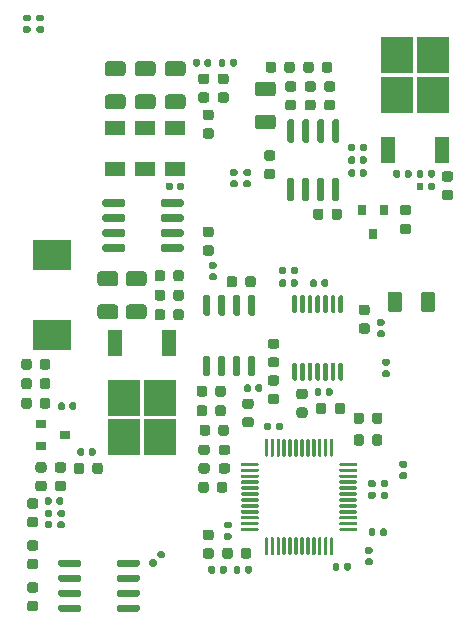
<source format=gbr>
G04 #@! TF.GenerationSoftware,KiCad,Pcbnew,(5.1.6)-1*
G04 #@! TF.CreationDate,2021-01-27T01:30:11-05:00*
G04 #@! TF.ProjectId,wideband_controller,77696465-6261-46e6-945f-636f6e74726f,rev?*
G04 #@! TF.SameCoordinates,Original*
G04 #@! TF.FileFunction,Paste,Top*
G04 #@! TF.FilePolarity,Positive*
%FSLAX46Y46*%
G04 Gerber Fmt 4.6, Leading zero omitted, Abs format (unit mm)*
G04 Created by KiCad (PCBNEW (5.1.6)-1) date 2021-01-27 01:30:11*
%MOMM*%
%LPD*%
G01*
G04 APERTURE LIST*
%ADD10R,3.300000X2.500000*%
%ADD11R,0.800000X0.900000*%
%ADD12R,0.900000X0.800000*%
%ADD13R,2.750000X3.050000*%
%ADD14R,1.200000X2.200000*%
%ADD15R,1.700000X1.300000*%
G04 APERTURE END LIST*
G36*
G01*
X113968400Y-111686200D02*
X113968400Y-111986200D01*
G75*
G02*
X113818400Y-112136200I-150000J0D01*
G01*
X112168400Y-112136200D01*
G75*
G02*
X112018400Y-111986200I0J150000D01*
G01*
X112018400Y-111686200D01*
G75*
G02*
X112168400Y-111536200I150000J0D01*
G01*
X113818400Y-111536200D01*
G75*
G02*
X113968400Y-111686200I0J-150000D01*
G01*
G37*
G36*
G01*
X113968400Y-110416200D02*
X113968400Y-110716200D01*
G75*
G02*
X113818400Y-110866200I-150000J0D01*
G01*
X112168400Y-110866200D01*
G75*
G02*
X112018400Y-110716200I0J150000D01*
G01*
X112018400Y-110416200D01*
G75*
G02*
X112168400Y-110266200I150000J0D01*
G01*
X113818400Y-110266200D01*
G75*
G02*
X113968400Y-110416200I0J-150000D01*
G01*
G37*
G36*
G01*
X113968400Y-109146200D02*
X113968400Y-109446200D01*
G75*
G02*
X113818400Y-109596200I-150000J0D01*
G01*
X112168400Y-109596200D01*
G75*
G02*
X112018400Y-109446200I0J150000D01*
G01*
X112018400Y-109146200D01*
G75*
G02*
X112168400Y-108996200I150000J0D01*
G01*
X113818400Y-108996200D01*
G75*
G02*
X113968400Y-109146200I0J-150000D01*
G01*
G37*
G36*
G01*
X113968400Y-107876200D02*
X113968400Y-108176200D01*
G75*
G02*
X113818400Y-108326200I-150000J0D01*
G01*
X112168400Y-108326200D01*
G75*
G02*
X112018400Y-108176200I0J150000D01*
G01*
X112018400Y-107876200D01*
G75*
G02*
X112168400Y-107726200I150000J0D01*
G01*
X113818400Y-107726200D01*
G75*
G02*
X113968400Y-107876200I0J-150000D01*
G01*
G37*
G36*
G01*
X118918400Y-107876200D02*
X118918400Y-108176200D01*
G75*
G02*
X118768400Y-108326200I-150000J0D01*
G01*
X117118400Y-108326200D01*
G75*
G02*
X116968400Y-108176200I0J150000D01*
G01*
X116968400Y-107876200D01*
G75*
G02*
X117118400Y-107726200I150000J0D01*
G01*
X118768400Y-107726200D01*
G75*
G02*
X118918400Y-107876200I0J-150000D01*
G01*
G37*
G36*
G01*
X118918400Y-109146200D02*
X118918400Y-109446200D01*
G75*
G02*
X118768400Y-109596200I-150000J0D01*
G01*
X117118400Y-109596200D01*
G75*
G02*
X116968400Y-109446200I0J150000D01*
G01*
X116968400Y-109146200D01*
G75*
G02*
X117118400Y-108996200I150000J0D01*
G01*
X118768400Y-108996200D01*
G75*
G02*
X118918400Y-109146200I0J-150000D01*
G01*
G37*
G36*
G01*
X118918400Y-110416200D02*
X118918400Y-110716200D01*
G75*
G02*
X118768400Y-110866200I-150000J0D01*
G01*
X117118400Y-110866200D01*
G75*
G02*
X116968400Y-110716200I0J150000D01*
G01*
X116968400Y-110416200D01*
G75*
G02*
X117118400Y-110266200I150000J0D01*
G01*
X118768400Y-110266200D01*
G75*
G02*
X118918400Y-110416200I0J-150000D01*
G01*
G37*
G36*
G01*
X118918400Y-111686200D02*
X118918400Y-111986200D01*
G75*
G02*
X118768400Y-112136200I-150000J0D01*
G01*
X117118400Y-112136200D01*
G75*
G02*
X116968400Y-111986200I0J150000D01*
G01*
X116968400Y-111686200D01*
G75*
G02*
X117118400Y-111536200I150000J0D01*
G01*
X118768400Y-111536200D01*
G75*
G02*
X118918400Y-111686200I0J-150000D01*
G01*
G37*
G36*
G01*
X109174500Y-62547000D02*
X109519500Y-62547000D01*
G75*
G02*
X109667000Y-62694500I0J-147500D01*
G01*
X109667000Y-62989500D01*
G75*
G02*
X109519500Y-63137000I-147500J0D01*
G01*
X109174500Y-63137000D01*
G75*
G02*
X109027000Y-62989500I0J147500D01*
G01*
X109027000Y-62694500D01*
G75*
G02*
X109174500Y-62547000I147500J0D01*
G01*
G37*
G36*
G01*
X109174500Y-61577000D02*
X109519500Y-61577000D01*
G75*
G02*
X109667000Y-61724500I0J-147500D01*
G01*
X109667000Y-62019500D01*
G75*
G02*
X109519500Y-62167000I-147500J0D01*
G01*
X109174500Y-62167000D01*
G75*
G02*
X109027000Y-62019500I0J147500D01*
G01*
X109027000Y-61724500D01*
G75*
G02*
X109174500Y-61577000I147500J0D01*
G01*
G37*
G36*
G01*
X110662500Y-62167000D02*
X110317500Y-62167000D01*
G75*
G02*
X110170000Y-62019500I0J147500D01*
G01*
X110170000Y-61724500D01*
G75*
G02*
X110317500Y-61577000I147500J0D01*
G01*
X110662500Y-61577000D01*
G75*
G02*
X110810000Y-61724500I0J-147500D01*
G01*
X110810000Y-62019500D01*
G75*
G02*
X110662500Y-62167000I-147500J0D01*
G01*
G37*
G36*
G01*
X110662500Y-63137000D02*
X110317500Y-63137000D01*
G75*
G02*
X110170000Y-62989500I0J147500D01*
G01*
X110170000Y-62694500D01*
G75*
G02*
X110317500Y-62547000I147500J0D01*
G01*
X110662500Y-62547000D01*
G75*
G02*
X110810000Y-62694500I0J-147500D01*
G01*
X110810000Y-62989500D01*
G75*
G02*
X110662500Y-63137000I-147500J0D01*
G01*
G37*
G36*
G01*
X120652326Y-107632825D02*
X120408375Y-107388873D01*
G75*
G02*
X120408375Y-107180277I104298J104298D01*
G01*
X120616971Y-106971681D01*
G75*
G02*
X120825567Y-106971681I104298J-104298D01*
G01*
X121069519Y-107215633D01*
G75*
G02*
X121069519Y-107424229I-104298J-104298D01*
G01*
X120860923Y-107632825D01*
G75*
G02*
X120652327Y-107632825I-104298J104298D01*
G01*
G37*
G36*
G01*
X119966432Y-108318719D02*
X119722481Y-108074767D01*
G75*
G02*
X119722481Y-107866171I104298J104298D01*
G01*
X119931077Y-107657575D01*
G75*
G02*
X120139673Y-107657575I104298J-104298D01*
G01*
X120383625Y-107901527D01*
G75*
G02*
X120383625Y-108110123I-104298J-104298D01*
G01*
X120175029Y-108318719D01*
G75*
G02*
X119966433Y-108318719I-104298J104298D01*
G01*
G37*
G36*
G01*
X127825000Y-108757500D02*
X127825000Y-108412500D01*
G75*
G02*
X127972500Y-108265000I147500J0D01*
G01*
X128267500Y-108265000D01*
G75*
G02*
X128415000Y-108412500I0J-147500D01*
G01*
X128415000Y-108757500D01*
G75*
G02*
X128267500Y-108905000I-147500J0D01*
G01*
X127972500Y-108905000D01*
G75*
G02*
X127825000Y-108757500I0J147500D01*
G01*
G37*
G36*
G01*
X126855000Y-108757500D02*
X126855000Y-108412500D01*
G75*
G02*
X127002500Y-108265000I147500J0D01*
G01*
X127297500Y-108265000D01*
G75*
G02*
X127445000Y-108412500I0J-147500D01*
G01*
X127445000Y-108757500D01*
G75*
G02*
X127297500Y-108905000I-147500J0D01*
G01*
X127002500Y-108905000D01*
G75*
G02*
X126855000Y-108757500I0J147500D01*
G01*
G37*
G36*
G01*
X141147500Y-85290500D02*
X141147500Y-86540500D01*
G75*
G02*
X140897500Y-86790500I-250000J0D01*
G01*
X140147500Y-86790500D01*
G75*
G02*
X139897500Y-86540500I0J250000D01*
G01*
X139897500Y-85290500D01*
G75*
G02*
X140147500Y-85040500I250000J0D01*
G01*
X140897500Y-85040500D01*
G75*
G02*
X141147500Y-85290500I0J-250000D01*
G01*
G37*
G36*
G01*
X143947500Y-85290500D02*
X143947500Y-86540500D01*
G75*
G02*
X143697500Y-86790500I-250000J0D01*
G01*
X142947500Y-86790500D01*
G75*
G02*
X142697500Y-86540500I0J250000D01*
G01*
X142697500Y-85290500D01*
G75*
G02*
X142947500Y-85040500I250000J0D01*
G01*
X143697500Y-85040500D01*
G75*
G02*
X143947500Y-85290500I0J-250000D01*
G01*
G37*
G36*
G01*
X127843500Y-75628000D02*
X128188500Y-75628000D01*
G75*
G02*
X128336000Y-75775500I0J-147500D01*
G01*
X128336000Y-76070500D01*
G75*
G02*
X128188500Y-76218000I-147500J0D01*
G01*
X127843500Y-76218000D01*
G75*
G02*
X127696000Y-76070500I0J147500D01*
G01*
X127696000Y-75775500D01*
G75*
G02*
X127843500Y-75628000I147500J0D01*
G01*
G37*
G36*
G01*
X127843500Y-74658000D02*
X128188500Y-74658000D01*
G75*
G02*
X128336000Y-74805500I0J-147500D01*
G01*
X128336000Y-75100500D01*
G75*
G02*
X128188500Y-75248000I-147500J0D01*
G01*
X127843500Y-75248000D01*
G75*
G02*
X127696000Y-75100500I0J147500D01*
G01*
X127696000Y-74805500D01*
G75*
G02*
X127843500Y-74658000I147500J0D01*
G01*
G37*
G36*
G01*
X124737000Y-87073000D02*
X124437000Y-87073000D01*
G75*
G02*
X124287000Y-86923000I0J150000D01*
G01*
X124287000Y-85473000D01*
G75*
G02*
X124437000Y-85323000I150000J0D01*
G01*
X124737000Y-85323000D01*
G75*
G02*
X124887000Y-85473000I0J-150000D01*
G01*
X124887000Y-86923000D01*
G75*
G02*
X124737000Y-87073000I-150000J0D01*
G01*
G37*
G36*
G01*
X126007000Y-87073000D02*
X125707000Y-87073000D01*
G75*
G02*
X125557000Y-86923000I0J150000D01*
G01*
X125557000Y-85473000D01*
G75*
G02*
X125707000Y-85323000I150000J0D01*
G01*
X126007000Y-85323000D01*
G75*
G02*
X126157000Y-85473000I0J-150000D01*
G01*
X126157000Y-86923000D01*
G75*
G02*
X126007000Y-87073000I-150000J0D01*
G01*
G37*
G36*
G01*
X127277000Y-87073000D02*
X126977000Y-87073000D01*
G75*
G02*
X126827000Y-86923000I0J150000D01*
G01*
X126827000Y-85473000D01*
G75*
G02*
X126977000Y-85323000I150000J0D01*
G01*
X127277000Y-85323000D01*
G75*
G02*
X127427000Y-85473000I0J-150000D01*
G01*
X127427000Y-86923000D01*
G75*
G02*
X127277000Y-87073000I-150000J0D01*
G01*
G37*
G36*
G01*
X128547000Y-87073000D02*
X128247000Y-87073000D01*
G75*
G02*
X128097000Y-86923000I0J150000D01*
G01*
X128097000Y-85473000D01*
G75*
G02*
X128247000Y-85323000I150000J0D01*
G01*
X128547000Y-85323000D01*
G75*
G02*
X128697000Y-85473000I0J-150000D01*
G01*
X128697000Y-86923000D01*
G75*
G02*
X128547000Y-87073000I-150000J0D01*
G01*
G37*
G36*
G01*
X128547000Y-92223000D02*
X128247000Y-92223000D01*
G75*
G02*
X128097000Y-92073000I0J150000D01*
G01*
X128097000Y-90623000D01*
G75*
G02*
X128247000Y-90473000I150000J0D01*
G01*
X128547000Y-90473000D01*
G75*
G02*
X128697000Y-90623000I0J-150000D01*
G01*
X128697000Y-92073000D01*
G75*
G02*
X128547000Y-92223000I-150000J0D01*
G01*
G37*
G36*
G01*
X127277000Y-92223000D02*
X126977000Y-92223000D01*
G75*
G02*
X126827000Y-92073000I0J150000D01*
G01*
X126827000Y-90623000D01*
G75*
G02*
X126977000Y-90473000I150000J0D01*
G01*
X127277000Y-90473000D01*
G75*
G02*
X127427000Y-90623000I0J-150000D01*
G01*
X127427000Y-92073000D01*
G75*
G02*
X127277000Y-92223000I-150000J0D01*
G01*
G37*
G36*
G01*
X126007000Y-92223000D02*
X125707000Y-92223000D01*
G75*
G02*
X125557000Y-92073000I0J150000D01*
G01*
X125557000Y-90623000D01*
G75*
G02*
X125707000Y-90473000I150000J0D01*
G01*
X126007000Y-90473000D01*
G75*
G02*
X126157000Y-90623000I0J-150000D01*
G01*
X126157000Y-92073000D01*
G75*
G02*
X126007000Y-92223000I-150000J0D01*
G01*
G37*
G36*
G01*
X124737000Y-92223000D02*
X124437000Y-92223000D01*
G75*
G02*
X124287000Y-92073000I0J150000D01*
G01*
X124287000Y-90623000D01*
G75*
G02*
X124437000Y-90473000I150000J0D01*
G01*
X124737000Y-90473000D01*
G75*
G02*
X124887000Y-90623000I0J-150000D01*
G01*
X124887000Y-92073000D01*
G75*
G02*
X124737000Y-92223000I-150000J0D01*
G01*
G37*
G36*
G01*
X139255000Y-105582500D02*
X139255000Y-105237500D01*
G75*
G02*
X139402500Y-105090000I147500J0D01*
G01*
X139697500Y-105090000D01*
G75*
G02*
X139845000Y-105237500I0J-147500D01*
G01*
X139845000Y-105582500D01*
G75*
G02*
X139697500Y-105730000I-147500J0D01*
G01*
X139402500Y-105730000D01*
G75*
G02*
X139255000Y-105582500I0J147500D01*
G01*
G37*
G36*
G01*
X138285000Y-105582500D02*
X138285000Y-105237500D01*
G75*
G02*
X138432500Y-105090000I147500J0D01*
G01*
X138727500Y-105090000D01*
G75*
G02*
X138875000Y-105237500I0J-147500D01*
G01*
X138875000Y-105582500D01*
G75*
G02*
X138727500Y-105730000I-147500J0D01*
G01*
X138432500Y-105730000D01*
G75*
G02*
X138285000Y-105582500I0J147500D01*
G01*
G37*
G36*
G01*
X136207000Y-108503500D02*
X136207000Y-108158500D01*
G75*
G02*
X136354500Y-108011000I147500J0D01*
G01*
X136649500Y-108011000D01*
G75*
G02*
X136797000Y-108158500I0J-147500D01*
G01*
X136797000Y-108503500D01*
G75*
G02*
X136649500Y-108651000I-147500J0D01*
G01*
X136354500Y-108651000D01*
G75*
G02*
X136207000Y-108503500I0J147500D01*
G01*
G37*
G36*
G01*
X135237000Y-108503500D02*
X135237000Y-108158500D01*
G75*
G02*
X135384500Y-108011000I147500J0D01*
G01*
X135679500Y-108011000D01*
G75*
G02*
X135827000Y-108158500I0J-147500D01*
G01*
X135827000Y-108503500D01*
G75*
G02*
X135679500Y-108651000I-147500J0D01*
G01*
X135384500Y-108651000D01*
G75*
G02*
X135237000Y-108503500I0J147500D01*
G01*
G37*
G36*
G01*
X126537500Y-105093000D02*
X126192500Y-105093000D01*
G75*
G02*
X126045000Y-104945500I0J147500D01*
G01*
X126045000Y-104650500D01*
G75*
G02*
X126192500Y-104503000I147500J0D01*
G01*
X126537500Y-104503000D01*
G75*
G02*
X126685000Y-104650500I0J-147500D01*
G01*
X126685000Y-104945500D01*
G75*
G02*
X126537500Y-105093000I-147500J0D01*
G01*
G37*
G36*
G01*
X126537500Y-106063000D02*
X126192500Y-106063000D01*
G75*
G02*
X126045000Y-105915500I0J147500D01*
G01*
X126045000Y-105620500D01*
G75*
G02*
X126192500Y-105473000I147500J0D01*
G01*
X126537500Y-105473000D01*
G75*
G02*
X126685000Y-105620500I0J-147500D01*
G01*
X126685000Y-105915500D01*
G75*
G02*
X126537500Y-106063000I-147500J0D01*
G01*
G37*
G36*
G01*
X130428500Y-96629000D02*
X130428500Y-96284000D01*
G75*
G02*
X130576000Y-96136500I147500J0D01*
G01*
X130871000Y-96136500D01*
G75*
G02*
X131018500Y-96284000I0J-147500D01*
G01*
X131018500Y-96629000D01*
G75*
G02*
X130871000Y-96776500I-147500J0D01*
G01*
X130576000Y-96776500D01*
G75*
G02*
X130428500Y-96629000I0J147500D01*
G01*
G37*
G36*
G01*
X129458500Y-96629000D02*
X129458500Y-96284000D01*
G75*
G02*
X129606000Y-96136500I147500J0D01*
G01*
X129901000Y-96136500D01*
G75*
G02*
X130048500Y-96284000I0J-147500D01*
G01*
X130048500Y-96629000D01*
G75*
G02*
X129901000Y-96776500I-147500J0D01*
G01*
X129606000Y-96776500D01*
G75*
G02*
X129458500Y-96629000I0J147500D01*
G01*
G37*
G36*
G01*
X135297500Y-105925500D02*
X135297500Y-107250500D01*
G75*
G02*
X135222500Y-107325500I-75000J0D01*
G01*
X135072500Y-107325500D01*
G75*
G02*
X134997500Y-107250500I0J75000D01*
G01*
X134997500Y-105925500D01*
G75*
G02*
X135072500Y-105850500I75000J0D01*
G01*
X135222500Y-105850500D01*
G75*
G02*
X135297500Y-105925500I0J-75000D01*
G01*
G37*
G36*
G01*
X134797500Y-105925500D02*
X134797500Y-107250500D01*
G75*
G02*
X134722500Y-107325500I-75000J0D01*
G01*
X134572500Y-107325500D01*
G75*
G02*
X134497500Y-107250500I0J75000D01*
G01*
X134497500Y-105925500D01*
G75*
G02*
X134572500Y-105850500I75000J0D01*
G01*
X134722500Y-105850500D01*
G75*
G02*
X134797500Y-105925500I0J-75000D01*
G01*
G37*
G36*
G01*
X134297500Y-105925500D02*
X134297500Y-107250500D01*
G75*
G02*
X134222500Y-107325500I-75000J0D01*
G01*
X134072500Y-107325500D01*
G75*
G02*
X133997500Y-107250500I0J75000D01*
G01*
X133997500Y-105925500D01*
G75*
G02*
X134072500Y-105850500I75000J0D01*
G01*
X134222500Y-105850500D01*
G75*
G02*
X134297500Y-105925500I0J-75000D01*
G01*
G37*
G36*
G01*
X133797500Y-105925500D02*
X133797500Y-107250500D01*
G75*
G02*
X133722500Y-107325500I-75000J0D01*
G01*
X133572500Y-107325500D01*
G75*
G02*
X133497500Y-107250500I0J75000D01*
G01*
X133497500Y-105925500D01*
G75*
G02*
X133572500Y-105850500I75000J0D01*
G01*
X133722500Y-105850500D01*
G75*
G02*
X133797500Y-105925500I0J-75000D01*
G01*
G37*
G36*
G01*
X133297500Y-105925500D02*
X133297500Y-107250500D01*
G75*
G02*
X133222500Y-107325500I-75000J0D01*
G01*
X133072500Y-107325500D01*
G75*
G02*
X132997500Y-107250500I0J75000D01*
G01*
X132997500Y-105925500D01*
G75*
G02*
X133072500Y-105850500I75000J0D01*
G01*
X133222500Y-105850500D01*
G75*
G02*
X133297500Y-105925500I0J-75000D01*
G01*
G37*
G36*
G01*
X132797500Y-105925500D02*
X132797500Y-107250500D01*
G75*
G02*
X132722500Y-107325500I-75000J0D01*
G01*
X132572500Y-107325500D01*
G75*
G02*
X132497500Y-107250500I0J75000D01*
G01*
X132497500Y-105925500D01*
G75*
G02*
X132572500Y-105850500I75000J0D01*
G01*
X132722500Y-105850500D01*
G75*
G02*
X132797500Y-105925500I0J-75000D01*
G01*
G37*
G36*
G01*
X132297500Y-105925500D02*
X132297500Y-107250500D01*
G75*
G02*
X132222500Y-107325500I-75000J0D01*
G01*
X132072500Y-107325500D01*
G75*
G02*
X131997500Y-107250500I0J75000D01*
G01*
X131997500Y-105925500D01*
G75*
G02*
X132072500Y-105850500I75000J0D01*
G01*
X132222500Y-105850500D01*
G75*
G02*
X132297500Y-105925500I0J-75000D01*
G01*
G37*
G36*
G01*
X131797500Y-105925500D02*
X131797500Y-107250500D01*
G75*
G02*
X131722500Y-107325500I-75000J0D01*
G01*
X131572500Y-107325500D01*
G75*
G02*
X131497500Y-107250500I0J75000D01*
G01*
X131497500Y-105925500D01*
G75*
G02*
X131572500Y-105850500I75000J0D01*
G01*
X131722500Y-105850500D01*
G75*
G02*
X131797500Y-105925500I0J-75000D01*
G01*
G37*
G36*
G01*
X131297500Y-105925500D02*
X131297500Y-107250500D01*
G75*
G02*
X131222500Y-107325500I-75000J0D01*
G01*
X131072500Y-107325500D01*
G75*
G02*
X130997500Y-107250500I0J75000D01*
G01*
X130997500Y-105925500D01*
G75*
G02*
X131072500Y-105850500I75000J0D01*
G01*
X131222500Y-105850500D01*
G75*
G02*
X131297500Y-105925500I0J-75000D01*
G01*
G37*
G36*
G01*
X130797500Y-105925500D02*
X130797500Y-107250500D01*
G75*
G02*
X130722500Y-107325500I-75000J0D01*
G01*
X130572500Y-107325500D01*
G75*
G02*
X130497500Y-107250500I0J75000D01*
G01*
X130497500Y-105925500D01*
G75*
G02*
X130572500Y-105850500I75000J0D01*
G01*
X130722500Y-105850500D01*
G75*
G02*
X130797500Y-105925500I0J-75000D01*
G01*
G37*
G36*
G01*
X130297500Y-105925500D02*
X130297500Y-107250500D01*
G75*
G02*
X130222500Y-107325500I-75000J0D01*
G01*
X130072500Y-107325500D01*
G75*
G02*
X129997500Y-107250500I0J75000D01*
G01*
X129997500Y-105925500D01*
G75*
G02*
X130072500Y-105850500I75000J0D01*
G01*
X130222500Y-105850500D01*
G75*
G02*
X130297500Y-105925500I0J-75000D01*
G01*
G37*
G36*
G01*
X129797500Y-105925500D02*
X129797500Y-107250500D01*
G75*
G02*
X129722500Y-107325500I-75000J0D01*
G01*
X129572500Y-107325500D01*
G75*
G02*
X129497500Y-107250500I0J75000D01*
G01*
X129497500Y-105925500D01*
G75*
G02*
X129572500Y-105850500I75000J0D01*
G01*
X129722500Y-105850500D01*
G75*
G02*
X129797500Y-105925500I0J-75000D01*
G01*
G37*
G36*
G01*
X128972500Y-105100500D02*
X128972500Y-105250500D01*
G75*
G02*
X128897500Y-105325500I-75000J0D01*
G01*
X127572500Y-105325500D01*
G75*
G02*
X127497500Y-105250500I0J75000D01*
G01*
X127497500Y-105100500D01*
G75*
G02*
X127572500Y-105025500I75000J0D01*
G01*
X128897500Y-105025500D01*
G75*
G02*
X128972500Y-105100500I0J-75000D01*
G01*
G37*
G36*
G01*
X128972500Y-104600500D02*
X128972500Y-104750500D01*
G75*
G02*
X128897500Y-104825500I-75000J0D01*
G01*
X127572500Y-104825500D01*
G75*
G02*
X127497500Y-104750500I0J75000D01*
G01*
X127497500Y-104600500D01*
G75*
G02*
X127572500Y-104525500I75000J0D01*
G01*
X128897500Y-104525500D01*
G75*
G02*
X128972500Y-104600500I0J-75000D01*
G01*
G37*
G36*
G01*
X128972500Y-104100500D02*
X128972500Y-104250500D01*
G75*
G02*
X128897500Y-104325500I-75000J0D01*
G01*
X127572500Y-104325500D01*
G75*
G02*
X127497500Y-104250500I0J75000D01*
G01*
X127497500Y-104100500D01*
G75*
G02*
X127572500Y-104025500I75000J0D01*
G01*
X128897500Y-104025500D01*
G75*
G02*
X128972500Y-104100500I0J-75000D01*
G01*
G37*
G36*
G01*
X128972500Y-103600500D02*
X128972500Y-103750500D01*
G75*
G02*
X128897500Y-103825500I-75000J0D01*
G01*
X127572500Y-103825500D01*
G75*
G02*
X127497500Y-103750500I0J75000D01*
G01*
X127497500Y-103600500D01*
G75*
G02*
X127572500Y-103525500I75000J0D01*
G01*
X128897500Y-103525500D01*
G75*
G02*
X128972500Y-103600500I0J-75000D01*
G01*
G37*
G36*
G01*
X128972500Y-103100500D02*
X128972500Y-103250500D01*
G75*
G02*
X128897500Y-103325500I-75000J0D01*
G01*
X127572500Y-103325500D01*
G75*
G02*
X127497500Y-103250500I0J75000D01*
G01*
X127497500Y-103100500D01*
G75*
G02*
X127572500Y-103025500I75000J0D01*
G01*
X128897500Y-103025500D01*
G75*
G02*
X128972500Y-103100500I0J-75000D01*
G01*
G37*
G36*
G01*
X128972500Y-102600500D02*
X128972500Y-102750500D01*
G75*
G02*
X128897500Y-102825500I-75000J0D01*
G01*
X127572500Y-102825500D01*
G75*
G02*
X127497500Y-102750500I0J75000D01*
G01*
X127497500Y-102600500D01*
G75*
G02*
X127572500Y-102525500I75000J0D01*
G01*
X128897500Y-102525500D01*
G75*
G02*
X128972500Y-102600500I0J-75000D01*
G01*
G37*
G36*
G01*
X128972500Y-102100500D02*
X128972500Y-102250500D01*
G75*
G02*
X128897500Y-102325500I-75000J0D01*
G01*
X127572500Y-102325500D01*
G75*
G02*
X127497500Y-102250500I0J75000D01*
G01*
X127497500Y-102100500D01*
G75*
G02*
X127572500Y-102025500I75000J0D01*
G01*
X128897500Y-102025500D01*
G75*
G02*
X128972500Y-102100500I0J-75000D01*
G01*
G37*
G36*
G01*
X128972500Y-101600500D02*
X128972500Y-101750500D01*
G75*
G02*
X128897500Y-101825500I-75000J0D01*
G01*
X127572500Y-101825500D01*
G75*
G02*
X127497500Y-101750500I0J75000D01*
G01*
X127497500Y-101600500D01*
G75*
G02*
X127572500Y-101525500I75000J0D01*
G01*
X128897500Y-101525500D01*
G75*
G02*
X128972500Y-101600500I0J-75000D01*
G01*
G37*
G36*
G01*
X128972500Y-101100500D02*
X128972500Y-101250500D01*
G75*
G02*
X128897500Y-101325500I-75000J0D01*
G01*
X127572500Y-101325500D01*
G75*
G02*
X127497500Y-101250500I0J75000D01*
G01*
X127497500Y-101100500D01*
G75*
G02*
X127572500Y-101025500I75000J0D01*
G01*
X128897500Y-101025500D01*
G75*
G02*
X128972500Y-101100500I0J-75000D01*
G01*
G37*
G36*
G01*
X128972500Y-100600500D02*
X128972500Y-100750500D01*
G75*
G02*
X128897500Y-100825500I-75000J0D01*
G01*
X127572500Y-100825500D01*
G75*
G02*
X127497500Y-100750500I0J75000D01*
G01*
X127497500Y-100600500D01*
G75*
G02*
X127572500Y-100525500I75000J0D01*
G01*
X128897500Y-100525500D01*
G75*
G02*
X128972500Y-100600500I0J-75000D01*
G01*
G37*
G36*
G01*
X128972500Y-100100500D02*
X128972500Y-100250500D01*
G75*
G02*
X128897500Y-100325500I-75000J0D01*
G01*
X127572500Y-100325500D01*
G75*
G02*
X127497500Y-100250500I0J75000D01*
G01*
X127497500Y-100100500D01*
G75*
G02*
X127572500Y-100025500I75000J0D01*
G01*
X128897500Y-100025500D01*
G75*
G02*
X128972500Y-100100500I0J-75000D01*
G01*
G37*
G36*
G01*
X128972500Y-99600500D02*
X128972500Y-99750500D01*
G75*
G02*
X128897500Y-99825500I-75000J0D01*
G01*
X127572500Y-99825500D01*
G75*
G02*
X127497500Y-99750500I0J75000D01*
G01*
X127497500Y-99600500D01*
G75*
G02*
X127572500Y-99525500I75000J0D01*
G01*
X128897500Y-99525500D01*
G75*
G02*
X128972500Y-99600500I0J-75000D01*
G01*
G37*
G36*
G01*
X129797500Y-97600500D02*
X129797500Y-98925500D01*
G75*
G02*
X129722500Y-99000500I-75000J0D01*
G01*
X129572500Y-99000500D01*
G75*
G02*
X129497500Y-98925500I0J75000D01*
G01*
X129497500Y-97600500D01*
G75*
G02*
X129572500Y-97525500I75000J0D01*
G01*
X129722500Y-97525500D01*
G75*
G02*
X129797500Y-97600500I0J-75000D01*
G01*
G37*
G36*
G01*
X130297500Y-97600500D02*
X130297500Y-98925500D01*
G75*
G02*
X130222500Y-99000500I-75000J0D01*
G01*
X130072500Y-99000500D01*
G75*
G02*
X129997500Y-98925500I0J75000D01*
G01*
X129997500Y-97600500D01*
G75*
G02*
X130072500Y-97525500I75000J0D01*
G01*
X130222500Y-97525500D01*
G75*
G02*
X130297500Y-97600500I0J-75000D01*
G01*
G37*
G36*
G01*
X130797500Y-97600500D02*
X130797500Y-98925500D01*
G75*
G02*
X130722500Y-99000500I-75000J0D01*
G01*
X130572500Y-99000500D01*
G75*
G02*
X130497500Y-98925500I0J75000D01*
G01*
X130497500Y-97600500D01*
G75*
G02*
X130572500Y-97525500I75000J0D01*
G01*
X130722500Y-97525500D01*
G75*
G02*
X130797500Y-97600500I0J-75000D01*
G01*
G37*
G36*
G01*
X131297500Y-97600500D02*
X131297500Y-98925500D01*
G75*
G02*
X131222500Y-99000500I-75000J0D01*
G01*
X131072500Y-99000500D01*
G75*
G02*
X130997500Y-98925500I0J75000D01*
G01*
X130997500Y-97600500D01*
G75*
G02*
X131072500Y-97525500I75000J0D01*
G01*
X131222500Y-97525500D01*
G75*
G02*
X131297500Y-97600500I0J-75000D01*
G01*
G37*
G36*
G01*
X131797500Y-97600500D02*
X131797500Y-98925500D01*
G75*
G02*
X131722500Y-99000500I-75000J0D01*
G01*
X131572500Y-99000500D01*
G75*
G02*
X131497500Y-98925500I0J75000D01*
G01*
X131497500Y-97600500D01*
G75*
G02*
X131572500Y-97525500I75000J0D01*
G01*
X131722500Y-97525500D01*
G75*
G02*
X131797500Y-97600500I0J-75000D01*
G01*
G37*
G36*
G01*
X132297500Y-97600500D02*
X132297500Y-98925500D01*
G75*
G02*
X132222500Y-99000500I-75000J0D01*
G01*
X132072500Y-99000500D01*
G75*
G02*
X131997500Y-98925500I0J75000D01*
G01*
X131997500Y-97600500D01*
G75*
G02*
X132072500Y-97525500I75000J0D01*
G01*
X132222500Y-97525500D01*
G75*
G02*
X132297500Y-97600500I0J-75000D01*
G01*
G37*
G36*
G01*
X132797500Y-97600500D02*
X132797500Y-98925500D01*
G75*
G02*
X132722500Y-99000500I-75000J0D01*
G01*
X132572500Y-99000500D01*
G75*
G02*
X132497500Y-98925500I0J75000D01*
G01*
X132497500Y-97600500D01*
G75*
G02*
X132572500Y-97525500I75000J0D01*
G01*
X132722500Y-97525500D01*
G75*
G02*
X132797500Y-97600500I0J-75000D01*
G01*
G37*
G36*
G01*
X133297500Y-97600500D02*
X133297500Y-98925500D01*
G75*
G02*
X133222500Y-99000500I-75000J0D01*
G01*
X133072500Y-99000500D01*
G75*
G02*
X132997500Y-98925500I0J75000D01*
G01*
X132997500Y-97600500D01*
G75*
G02*
X133072500Y-97525500I75000J0D01*
G01*
X133222500Y-97525500D01*
G75*
G02*
X133297500Y-97600500I0J-75000D01*
G01*
G37*
G36*
G01*
X133797500Y-97600500D02*
X133797500Y-98925500D01*
G75*
G02*
X133722500Y-99000500I-75000J0D01*
G01*
X133572500Y-99000500D01*
G75*
G02*
X133497500Y-98925500I0J75000D01*
G01*
X133497500Y-97600500D01*
G75*
G02*
X133572500Y-97525500I75000J0D01*
G01*
X133722500Y-97525500D01*
G75*
G02*
X133797500Y-97600500I0J-75000D01*
G01*
G37*
G36*
G01*
X134297500Y-97600500D02*
X134297500Y-98925500D01*
G75*
G02*
X134222500Y-99000500I-75000J0D01*
G01*
X134072500Y-99000500D01*
G75*
G02*
X133997500Y-98925500I0J75000D01*
G01*
X133997500Y-97600500D01*
G75*
G02*
X134072500Y-97525500I75000J0D01*
G01*
X134222500Y-97525500D01*
G75*
G02*
X134297500Y-97600500I0J-75000D01*
G01*
G37*
G36*
G01*
X134797500Y-97600500D02*
X134797500Y-98925500D01*
G75*
G02*
X134722500Y-99000500I-75000J0D01*
G01*
X134572500Y-99000500D01*
G75*
G02*
X134497500Y-98925500I0J75000D01*
G01*
X134497500Y-97600500D01*
G75*
G02*
X134572500Y-97525500I75000J0D01*
G01*
X134722500Y-97525500D01*
G75*
G02*
X134797500Y-97600500I0J-75000D01*
G01*
G37*
G36*
G01*
X135297500Y-97600500D02*
X135297500Y-98925500D01*
G75*
G02*
X135222500Y-99000500I-75000J0D01*
G01*
X135072500Y-99000500D01*
G75*
G02*
X134997500Y-98925500I0J75000D01*
G01*
X134997500Y-97600500D01*
G75*
G02*
X135072500Y-97525500I75000J0D01*
G01*
X135222500Y-97525500D01*
G75*
G02*
X135297500Y-97600500I0J-75000D01*
G01*
G37*
G36*
G01*
X137297500Y-99600500D02*
X137297500Y-99750500D01*
G75*
G02*
X137222500Y-99825500I-75000J0D01*
G01*
X135897500Y-99825500D01*
G75*
G02*
X135822500Y-99750500I0J75000D01*
G01*
X135822500Y-99600500D01*
G75*
G02*
X135897500Y-99525500I75000J0D01*
G01*
X137222500Y-99525500D01*
G75*
G02*
X137297500Y-99600500I0J-75000D01*
G01*
G37*
G36*
G01*
X137297500Y-100100500D02*
X137297500Y-100250500D01*
G75*
G02*
X137222500Y-100325500I-75000J0D01*
G01*
X135897500Y-100325500D01*
G75*
G02*
X135822500Y-100250500I0J75000D01*
G01*
X135822500Y-100100500D01*
G75*
G02*
X135897500Y-100025500I75000J0D01*
G01*
X137222500Y-100025500D01*
G75*
G02*
X137297500Y-100100500I0J-75000D01*
G01*
G37*
G36*
G01*
X137297500Y-100600500D02*
X137297500Y-100750500D01*
G75*
G02*
X137222500Y-100825500I-75000J0D01*
G01*
X135897500Y-100825500D01*
G75*
G02*
X135822500Y-100750500I0J75000D01*
G01*
X135822500Y-100600500D01*
G75*
G02*
X135897500Y-100525500I75000J0D01*
G01*
X137222500Y-100525500D01*
G75*
G02*
X137297500Y-100600500I0J-75000D01*
G01*
G37*
G36*
G01*
X137297500Y-101100500D02*
X137297500Y-101250500D01*
G75*
G02*
X137222500Y-101325500I-75000J0D01*
G01*
X135897500Y-101325500D01*
G75*
G02*
X135822500Y-101250500I0J75000D01*
G01*
X135822500Y-101100500D01*
G75*
G02*
X135897500Y-101025500I75000J0D01*
G01*
X137222500Y-101025500D01*
G75*
G02*
X137297500Y-101100500I0J-75000D01*
G01*
G37*
G36*
G01*
X137297500Y-101600500D02*
X137297500Y-101750500D01*
G75*
G02*
X137222500Y-101825500I-75000J0D01*
G01*
X135897500Y-101825500D01*
G75*
G02*
X135822500Y-101750500I0J75000D01*
G01*
X135822500Y-101600500D01*
G75*
G02*
X135897500Y-101525500I75000J0D01*
G01*
X137222500Y-101525500D01*
G75*
G02*
X137297500Y-101600500I0J-75000D01*
G01*
G37*
G36*
G01*
X137297500Y-102100500D02*
X137297500Y-102250500D01*
G75*
G02*
X137222500Y-102325500I-75000J0D01*
G01*
X135897500Y-102325500D01*
G75*
G02*
X135822500Y-102250500I0J75000D01*
G01*
X135822500Y-102100500D01*
G75*
G02*
X135897500Y-102025500I75000J0D01*
G01*
X137222500Y-102025500D01*
G75*
G02*
X137297500Y-102100500I0J-75000D01*
G01*
G37*
G36*
G01*
X137297500Y-102600500D02*
X137297500Y-102750500D01*
G75*
G02*
X137222500Y-102825500I-75000J0D01*
G01*
X135897500Y-102825500D01*
G75*
G02*
X135822500Y-102750500I0J75000D01*
G01*
X135822500Y-102600500D01*
G75*
G02*
X135897500Y-102525500I75000J0D01*
G01*
X137222500Y-102525500D01*
G75*
G02*
X137297500Y-102600500I0J-75000D01*
G01*
G37*
G36*
G01*
X137297500Y-103100500D02*
X137297500Y-103250500D01*
G75*
G02*
X137222500Y-103325500I-75000J0D01*
G01*
X135897500Y-103325500D01*
G75*
G02*
X135822500Y-103250500I0J75000D01*
G01*
X135822500Y-103100500D01*
G75*
G02*
X135897500Y-103025500I75000J0D01*
G01*
X137222500Y-103025500D01*
G75*
G02*
X137297500Y-103100500I0J-75000D01*
G01*
G37*
G36*
G01*
X137297500Y-103600500D02*
X137297500Y-103750500D01*
G75*
G02*
X137222500Y-103825500I-75000J0D01*
G01*
X135897500Y-103825500D01*
G75*
G02*
X135822500Y-103750500I0J75000D01*
G01*
X135822500Y-103600500D01*
G75*
G02*
X135897500Y-103525500I75000J0D01*
G01*
X137222500Y-103525500D01*
G75*
G02*
X137297500Y-103600500I0J-75000D01*
G01*
G37*
G36*
G01*
X137297500Y-104100500D02*
X137297500Y-104250500D01*
G75*
G02*
X137222500Y-104325500I-75000J0D01*
G01*
X135897500Y-104325500D01*
G75*
G02*
X135822500Y-104250500I0J75000D01*
G01*
X135822500Y-104100500D01*
G75*
G02*
X135897500Y-104025500I75000J0D01*
G01*
X137222500Y-104025500D01*
G75*
G02*
X137297500Y-104100500I0J-75000D01*
G01*
G37*
G36*
G01*
X137297500Y-104600500D02*
X137297500Y-104750500D01*
G75*
G02*
X137222500Y-104825500I-75000J0D01*
G01*
X135897500Y-104825500D01*
G75*
G02*
X135822500Y-104750500I0J75000D01*
G01*
X135822500Y-104600500D01*
G75*
G02*
X135897500Y-104525500I75000J0D01*
G01*
X137222500Y-104525500D01*
G75*
G02*
X137297500Y-104600500I0J-75000D01*
G01*
G37*
G36*
G01*
X137297500Y-105100500D02*
X137297500Y-105250500D01*
G75*
G02*
X137222500Y-105325500I-75000J0D01*
G01*
X135897500Y-105325500D01*
G75*
G02*
X135822500Y-105250500I0J75000D01*
G01*
X135822500Y-105100500D01*
G75*
G02*
X135897500Y-105025500I75000J0D01*
G01*
X137222500Y-105025500D01*
G75*
G02*
X137297500Y-105100500I0J-75000D01*
G01*
G37*
G36*
G01*
X109598750Y-104109000D02*
X110111250Y-104109000D01*
G75*
G02*
X110330000Y-104327750I0J-218750D01*
G01*
X110330000Y-104765250D01*
G75*
G02*
X110111250Y-104984000I-218750J0D01*
G01*
X109598750Y-104984000D01*
G75*
G02*
X109380000Y-104765250I0J218750D01*
G01*
X109380000Y-104327750D01*
G75*
G02*
X109598750Y-104109000I218750J0D01*
G01*
G37*
G36*
G01*
X109598750Y-102534000D02*
X110111250Y-102534000D01*
G75*
G02*
X110330000Y-102752750I0J-218750D01*
G01*
X110330000Y-103190250D01*
G75*
G02*
X110111250Y-103409000I-218750J0D01*
G01*
X109598750Y-103409000D01*
G75*
G02*
X109380000Y-103190250I0J218750D01*
G01*
X109380000Y-102752750D01*
G75*
G02*
X109598750Y-102534000I218750J0D01*
G01*
G37*
G36*
G01*
X139146500Y-88328000D02*
X139491500Y-88328000D01*
G75*
G02*
X139639000Y-88475500I0J-147500D01*
G01*
X139639000Y-88770500D01*
G75*
G02*
X139491500Y-88918000I-147500J0D01*
G01*
X139146500Y-88918000D01*
G75*
G02*
X138999000Y-88770500I0J147500D01*
G01*
X138999000Y-88475500D01*
G75*
G02*
X139146500Y-88328000I147500J0D01*
G01*
G37*
G36*
G01*
X139146500Y-87358000D02*
X139491500Y-87358000D01*
G75*
G02*
X139639000Y-87505500I0J-147500D01*
G01*
X139639000Y-87800500D01*
G75*
G02*
X139491500Y-87948000I-147500J0D01*
G01*
X139146500Y-87948000D01*
G75*
G02*
X138999000Y-87800500I0J147500D01*
G01*
X138999000Y-87505500D01*
G75*
G02*
X139146500Y-87358000I147500J0D01*
G01*
G37*
G36*
G01*
X134683000Y-93708000D02*
X134683000Y-93363000D01*
G75*
G02*
X134830500Y-93215500I147500J0D01*
G01*
X135125500Y-93215500D01*
G75*
G02*
X135273000Y-93363000I0J-147500D01*
G01*
X135273000Y-93708000D01*
G75*
G02*
X135125500Y-93855500I-147500J0D01*
G01*
X134830500Y-93855500D01*
G75*
G02*
X134683000Y-93708000I0J147500D01*
G01*
G37*
G36*
G01*
X133713000Y-93708000D02*
X133713000Y-93363000D01*
G75*
G02*
X133860500Y-93215500I147500J0D01*
G01*
X134155500Y-93215500D01*
G75*
G02*
X134303000Y-93363000I0J-147500D01*
G01*
X134303000Y-93708000D01*
G75*
G02*
X134155500Y-93855500I-147500J0D01*
G01*
X133860500Y-93855500D01*
G75*
G02*
X133713000Y-93708000I0J147500D01*
G01*
G37*
G36*
G01*
X141051500Y-100329500D02*
X141396500Y-100329500D01*
G75*
G02*
X141544000Y-100477000I0J-147500D01*
G01*
X141544000Y-100772000D01*
G75*
G02*
X141396500Y-100919500I-147500J0D01*
G01*
X141051500Y-100919500D01*
G75*
G02*
X140904000Y-100772000I0J147500D01*
G01*
X140904000Y-100477000D01*
G75*
G02*
X141051500Y-100329500I147500J0D01*
G01*
G37*
G36*
G01*
X141051500Y-99359500D02*
X141396500Y-99359500D01*
G75*
G02*
X141544000Y-99507000I0J-147500D01*
G01*
X141544000Y-99802000D01*
G75*
G02*
X141396500Y-99949500I-147500J0D01*
G01*
X141051500Y-99949500D01*
G75*
G02*
X140904000Y-99802000I0J147500D01*
G01*
X140904000Y-99507000D01*
G75*
G02*
X141051500Y-99359500I147500J0D01*
G01*
G37*
G36*
G01*
X137665750Y-87726000D02*
X138178250Y-87726000D01*
G75*
G02*
X138397000Y-87944750I0J-218750D01*
G01*
X138397000Y-88382250D01*
G75*
G02*
X138178250Y-88601000I-218750J0D01*
G01*
X137665750Y-88601000D01*
G75*
G02*
X137447000Y-88382250I0J218750D01*
G01*
X137447000Y-87944750D01*
G75*
G02*
X137665750Y-87726000I218750J0D01*
G01*
G37*
G36*
G01*
X137665750Y-86151000D02*
X138178250Y-86151000D01*
G75*
G02*
X138397000Y-86369750I0J-218750D01*
G01*
X138397000Y-86807250D01*
G75*
G02*
X138178250Y-87026000I-218750J0D01*
G01*
X137665750Y-87026000D01*
G75*
G02*
X137447000Y-86807250I0J218750D01*
G01*
X137447000Y-86369750D01*
G75*
G02*
X137665750Y-86151000I218750J0D01*
G01*
G37*
G36*
G01*
X131318500Y-84155500D02*
X131318500Y-84500500D01*
G75*
G02*
X131171000Y-84648000I-147500J0D01*
G01*
X130876000Y-84648000D01*
G75*
G02*
X130728500Y-84500500I0J147500D01*
G01*
X130728500Y-84155500D01*
G75*
G02*
X130876000Y-84008000I147500J0D01*
G01*
X131171000Y-84008000D01*
G75*
G02*
X131318500Y-84155500I0J-147500D01*
G01*
G37*
G36*
G01*
X132288500Y-84155500D02*
X132288500Y-84500500D01*
G75*
G02*
X132141000Y-84648000I-147500J0D01*
G01*
X131846000Y-84648000D01*
G75*
G02*
X131698500Y-84500500I0J147500D01*
G01*
X131698500Y-84155500D01*
G75*
G02*
X131846000Y-84008000I147500J0D01*
G01*
X132141000Y-84008000D01*
G75*
G02*
X132288500Y-84155500I0J-147500D01*
G01*
G37*
G36*
G01*
X131318500Y-83076000D02*
X131318500Y-83421000D01*
G75*
G02*
X131171000Y-83568500I-147500J0D01*
G01*
X130876000Y-83568500D01*
G75*
G02*
X130728500Y-83421000I0J147500D01*
G01*
X130728500Y-83076000D01*
G75*
G02*
X130876000Y-82928500I147500J0D01*
G01*
X131171000Y-82928500D01*
G75*
G02*
X131318500Y-83076000I0J-147500D01*
G01*
G37*
G36*
G01*
X132288500Y-83076000D02*
X132288500Y-83421000D01*
G75*
G02*
X132141000Y-83568500I-147500J0D01*
G01*
X131846000Y-83568500D01*
G75*
G02*
X131698500Y-83421000I0J147500D01*
G01*
X131698500Y-83076000D01*
G75*
G02*
X131846000Y-82928500I147500J0D01*
G01*
X132141000Y-82928500D01*
G75*
G02*
X132288500Y-83076000I0J-147500D01*
G01*
G37*
G36*
G01*
X128915000Y-70056500D02*
X130165000Y-70056500D01*
G75*
G02*
X130415000Y-70306500I0J-250000D01*
G01*
X130415000Y-71056500D01*
G75*
G02*
X130165000Y-71306500I-250000J0D01*
G01*
X128915000Y-71306500D01*
G75*
G02*
X128665000Y-71056500I0J250000D01*
G01*
X128665000Y-70306500D01*
G75*
G02*
X128915000Y-70056500I250000J0D01*
G01*
G37*
G36*
G01*
X128915000Y-67256500D02*
X130165000Y-67256500D01*
G75*
G02*
X130415000Y-67506500I0J-250000D01*
G01*
X130415000Y-68256500D01*
G75*
G02*
X130165000Y-68506500I-250000J0D01*
G01*
X128915000Y-68506500D01*
G75*
G02*
X128665000Y-68256500I0J250000D01*
G01*
X128665000Y-67506500D01*
G75*
G02*
X128915000Y-67256500I250000J0D01*
G01*
G37*
G36*
G01*
X127158000Y-83944750D02*
X127158000Y-84457250D01*
G75*
G02*
X126939250Y-84676000I-218750J0D01*
G01*
X126501750Y-84676000D01*
G75*
G02*
X126283000Y-84457250I0J218750D01*
G01*
X126283000Y-83944750D01*
G75*
G02*
X126501750Y-83726000I218750J0D01*
G01*
X126939250Y-83726000D01*
G75*
G02*
X127158000Y-83944750I0J-218750D01*
G01*
G37*
G36*
G01*
X128733000Y-83944750D02*
X128733000Y-84457250D01*
G75*
G02*
X128514250Y-84676000I-218750J0D01*
G01*
X128076750Y-84676000D01*
G75*
G02*
X127858000Y-84457250I0J218750D01*
G01*
X127858000Y-83944750D01*
G75*
G02*
X128076750Y-83726000I218750J0D01*
G01*
X128514250Y-83726000D01*
G75*
G02*
X128733000Y-83944750I0J-218750D01*
G01*
G37*
G36*
G01*
X124970250Y-80422000D02*
X124457750Y-80422000D01*
G75*
G02*
X124239000Y-80203250I0J218750D01*
G01*
X124239000Y-79765750D01*
G75*
G02*
X124457750Y-79547000I218750J0D01*
G01*
X124970250Y-79547000D01*
G75*
G02*
X125189000Y-79765750I0J-218750D01*
G01*
X125189000Y-80203250D01*
G75*
G02*
X124970250Y-80422000I-218750J0D01*
G01*
G37*
G36*
G01*
X124970250Y-81997000D02*
X124457750Y-81997000D01*
G75*
G02*
X124239000Y-81778250I0J218750D01*
G01*
X124239000Y-81340750D01*
G75*
G02*
X124457750Y-81122000I218750J0D01*
G01*
X124970250Y-81122000D01*
G75*
G02*
X125189000Y-81340750I0J-218750D01*
G01*
X125189000Y-81778250D01*
G75*
G02*
X124970250Y-81997000I-218750J0D01*
G01*
G37*
G36*
G01*
X131955250Y-68103000D02*
X131442750Y-68103000D01*
G75*
G02*
X131224000Y-67884250I0J218750D01*
G01*
X131224000Y-67446750D01*
G75*
G02*
X131442750Y-67228000I218750J0D01*
G01*
X131955250Y-67228000D01*
G75*
G02*
X132174000Y-67446750I0J-218750D01*
G01*
X132174000Y-67884250D01*
G75*
G02*
X131955250Y-68103000I-218750J0D01*
G01*
G37*
G36*
G01*
X131955250Y-69678000D02*
X131442750Y-69678000D01*
G75*
G02*
X131224000Y-69459250I0J218750D01*
G01*
X131224000Y-69021750D01*
G75*
G02*
X131442750Y-68803000I218750J0D01*
G01*
X131955250Y-68803000D01*
G75*
G02*
X132174000Y-69021750I0J-218750D01*
G01*
X132174000Y-69459250D01*
G75*
G02*
X131955250Y-69678000I-218750J0D01*
G01*
G37*
G36*
G01*
X135359000Y-75414000D02*
X135659000Y-75414000D01*
G75*
G02*
X135809000Y-75564000I0J-150000D01*
G01*
X135809000Y-77214000D01*
G75*
G02*
X135659000Y-77364000I-150000J0D01*
G01*
X135359000Y-77364000D01*
G75*
G02*
X135209000Y-77214000I0J150000D01*
G01*
X135209000Y-75564000D01*
G75*
G02*
X135359000Y-75414000I150000J0D01*
G01*
G37*
G36*
G01*
X134089000Y-75414000D02*
X134389000Y-75414000D01*
G75*
G02*
X134539000Y-75564000I0J-150000D01*
G01*
X134539000Y-77214000D01*
G75*
G02*
X134389000Y-77364000I-150000J0D01*
G01*
X134089000Y-77364000D01*
G75*
G02*
X133939000Y-77214000I0J150000D01*
G01*
X133939000Y-75564000D01*
G75*
G02*
X134089000Y-75414000I150000J0D01*
G01*
G37*
G36*
G01*
X132819000Y-75414000D02*
X133119000Y-75414000D01*
G75*
G02*
X133269000Y-75564000I0J-150000D01*
G01*
X133269000Y-77214000D01*
G75*
G02*
X133119000Y-77364000I-150000J0D01*
G01*
X132819000Y-77364000D01*
G75*
G02*
X132669000Y-77214000I0J150000D01*
G01*
X132669000Y-75564000D01*
G75*
G02*
X132819000Y-75414000I150000J0D01*
G01*
G37*
G36*
G01*
X131549000Y-75414000D02*
X131849000Y-75414000D01*
G75*
G02*
X131999000Y-75564000I0J-150000D01*
G01*
X131999000Y-77214000D01*
G75*
G02*
X131849000Y-77364000I-150000J0D01*
G01*
X131549000Y-77364000D01*
G75*
G02*
X131399000Y-77214000I0J150000D01*
G01*
X131399000Y-75564000D01*
G75*
G02*
X131549000Y-75414000I150000J0D01*
G01*
G37*
G36*
G01*
X131549000Y-70464000D02*
X131849000Y-70464000D01*
G75*
G02*
X131999000Y-70614000I0J-150000D01*
G01*
X131999000Y-72264000D01*
G75*
G02*
X131849000Y-72414000I-150000J0D01*
G01*
X131549000Y-72414000D01*
G75*
G02*
X131399000Y-72264000I0J150000D01*
G01*
X131399000Y-70614000D01*
G75*
G02*
X131549000Y-70464000I150000J0D01*
G01*
G37*
G36*
G01*
X132819000Y-70464000D02*
X133119000Y-70464000D01*
G75*
G02*
X133269000Y-70614000I0J-150000D01*
G01*
X133269000Y-72264000D01*
G75*
G02*
X133119000Y-72414000I-150000J0D01*
G01*
X132819000Y-72414000D01*
G75*
G02*
X132669000Y-72264000I0J150000D01*
G01*
X132669000Y-70614000D01*
G75*
G02*
X132819000Y-70464000I150000J0D01*
G01*
G37*
G36*
G01*
X134089000Y-70464000D02*
X134389000Y-70464000D01*
G75*
G02*
X134539000Y-70614000I0J-150000D01*
G01*
X134539000Y-72264000D01*
G75*
G02*
X134389000Y-72414000I-150000J0D01*
G01*
X134089000Y-72414000D01*
G75*
G02*
X133939000Y-72264000I0J150000D01*
G01*
X133939000Y-70614000D01*
G75*
G02*
X134089000Y-70464000I150000J0D01*
G01*
G37*
G36*
G01*
X135359000Y-70464000D02*
X135659000Y-70464000D01*
G75*
G02*
X135809000Y-70614000I0J-150000D01*
G01*
X135809000Y-72264000D01*
G75*
G02*
X135659000Y-72414000I-150000J0D01*
G01*
X135359000Y-72414000D01*
G75*
G02*
X135209000Y-72264000I0J150000D01*
G01*
X135209000Y-70614000D01*
G75*
G02*
X135359000Y-70464000I150000J0D01*
G01*
G37*
G36*
G01*
X133606250Y-68103000D02*
X133093750Y-68103000D01*
G75*
G02*
X132875000Y-67884250I0J218750D01*
G01*
X132875000Y-67446750D01*
G75*
G02*
X133093750Y-67228000I218750J0D01*
G01*
X133606250Y-67228000D01*
G75*
G02*
X133825000Y-67446750I0J-218750D01*
G01*
X133825000Y-67884250D01*
G75*
G02*
X133606250Y-68103000I-218750J0D01*
G01*
G37*
G36*
G01*
X133606250Y-69678000D02*
X133093750Y-69678000D01*
G75*
G02*
X132875000Y-69459250I0J218750D01*
G01*
X132875000Y-69021750D01*
G75*
G02*
X133093750Y-68803000I218750J0D01*
G01*
X133606250Y-68803000D01*
G75*
G02*
X133825000Y-69021750I0J-218750D01*
G01*
X133825000Y-69459250D01*
G75*
G02*
X133606250Y-69678000I-218750J0D01*
G01*
G37*
G36*
G01*
X132135000Y-86838500D02*
X131935000Y-86838500D01*
G75*
G02*
X131835000Y-86738500I0J100000D01*
G01*
X131835000Y-85463500D01*
G75*
G02*
X131935000Y-85363500I100000J0D01*
G01*
X132135000Y-85363500D01*
G75*
G02*
X132235000Y-85463500I0J-100000D01*
G01*
X132235000Y-86738500D01*
G75*
G02*
X132135000Y-86838500I-100000J0D01*
G01*
G37*
G36*
G01*
X132785000Y-86838500D02*
X132585000Y-86838500D01*
G75*
G02*
X132485000Y-86738500I0J100000D01*
G01*
X132485000Y-85463500D01*
G75*
G02*
X132585000Y-85363500I100000J0D01*
G01*
X132785000Y-85363500D01*
G75*
G02*
X132885000Y-85463500I0J-100000D01*
G01*
X132885000Y-86738500D01*
G75*
G02*
X132785000Y-86838500I-100000J0D01*
G01*
G37*
G36*
G01*
X133435000Y-86838500D02*
X133235000Y-86838500D01*
G75*
G02*
X133135000Y-86738500I0J100000D01*
G01*
X133135000Y-85463500D01*
G75*
G02*
X133235000Y-85363500I100000J0D01*
G01*
X133435000Y-85363500D01*
G75*
G02*
X133535000Y-85463500I0J-100000D01*
G01*
X133535000Y-86738500D01*
G75*
G02*
X133435000Y-86838500I-100000J0D01*
G01*
G37*
G36*
G01*
X134085000Y-86838500D02*
X133885000Y-86838500D01*
G75*
G02*
X133785000Y-86738500I0J100000D01*
G01*
X133785000Y-85463500D01*
G75*
G02*
X133885000Y-85363500I100000J0D01*
G01*
X134085000Y-85363500D01*
G75*
G02*
X134185000Y-85463500I0J-100000D01*
G01*
X134185000Y-86738500D01*
G75*
G02*
X134085000Y-86838500I-100000J0D01*
G01*
G37*
G36*
G01*
X134735000Y-86838500D02*
X134535000Y-86838500D01*
G75*
G02*
X134435000Y-86738500I0J100000D01*
G01*
X134435000Y-85463500D01*
G75*
G02*
X134535000Y-85363500I100000J0D01*
G01*
X134735000Y-85363500D01*
G75*
G02*
X134835000Y-85463500I0J-100000D01*
G01*
X134835000Y-86738500D01*
G75*
G02*
X134735000Y-86838500I-100000J0D01*
G01*
G37*
G36*
G01*
X135385000Y-86838500D02*
X135185000Y-86838500D01*
G75*
G02*
X135085000Y-86738500I0J100000D01*
G01*
X135085000Y-85463500D01*
G75*
G02*
X135185000Y-85363500I100000J0D01*
G01*
X135385000Y-85363500D01*
G75*
G02*
X135485000Y-85463500I0J-100000D01*
G01*
X135485000Y-86738500D01*
G75*
G02*
X135385000Y-86838500I-100000J0D01*
G01*
G37*
G36*
G01*
X136035000Y-86838500D02*
X135835000Y-86838500D01*
G75*
G02*
X135735000Y-86738500I0J100000D01*
G01*
X135735000Y-85463500D01*
G75*
G02*
X135835000Y-85363500I100000J0D01*
G01*
X136035000Y-85363500D01*
G75*
G02*
X136135000Y-85463500I0J-100000D01*
G01*
X136135000Y-86738500D01*
G75*
G02*
X136035000Y-86838500I-100000J0D01*
G01*
G37*
G36*
G01*
X136035000Y-92563500D02*
X135835000Y-92563500D01*
G75*
G02*
X135735000Y-92463500I0J100000D01*
G01*
X135735000Y-91188500D01*
G75*
G02*
X135835000Y-91088500I100000J0D01*
G01*
X136035000Y-91088500D01*
G75*
G02*
X136135000Y-91188500I0J-100000D01*
G01*
X136135000Y-92463500D01*
G75*
G02*
X136035000Y-92563500I-100000J0D01*
G01*
G37*
G36*
G01*
X135385000Y-92563500D02*
X135185000Y-92563500D01*
G75*
G02*
X135085000Y-92463500I0J100000D01*
G01*
X135085000Y-91188500D01*
G75*
G02*
X135185000Y-91088500I100000J0D01*
G01*
X135385000Y-91088500D01*
G75*
G02*
X135485000Y-91188500I0J-100000D01*
G01*
X135485000Y-92463500D01*
G75*
G02*
X135385000Y-92563500I-100000J0D01*
G01*
G37*
G36*
G01*
X134735000Y-92563500D02*
X134535000Y-92563500D01*
G75*
G02*
X134435000Y-92463500I0J100000D01*
G01*
X134435000Y-91188500D01*
G75*
G02*
X134535000Y-91088500I100000J0D01*
G01*
X134735000Y-91088500D01*
G75*
G02*
X134835000Y-91188500I0J-100000D01*
G01*
X134835000Y-92463500D01*
G75*
G02*
X134735000Y-92563500I-100000J0D01*
G01*
G37*
G36*
G01*
X134085000Y-92563500D02*
X133885000Y-92563500D01*
G75*
G02*
X133785000Y-92463500I0J100000D01*
G01*
X133785000Y-91188500D01*
G75*
G02*
X133885000Y-91088500I100000J0D01*
G01*
X134085000Y-91088500D01*
G75*
G02*
X134185000Y-91188500I0J-100000D01*
G01*
X134185000Y-92463500D01*
G75*
G02*
X134085000Y-92563500I-100000J0D01*
G01*
G37*
G36*
G01*
X133435000Y-92563500D02*
X133235000Y-92563500D01*
G75*
G02*
X133135000Y-92463500I0J100000D01*
G01*
X133135000Y-91188500D01*
G75*
G02*
X133235000Y-91088500I100000J0D01*
G01*
X133435000Y-91088500D01*
G75*
G02*
X133535000Y-91188500I0J-100000D01*
G01*
X133535000Y-92463500D01*
G75*
G02*
X133435000Y-92563500I-100000J0D01*
G01*
G37*
G36*
G01*
X132785000Y-92563500D02*
X132585000Y-92563500D01*
G75*
G02*
X132485000Y-92463500I0J100000D01*
G01*
X132485000Y-91188500D01*
G75*
G02*
X132585000Y-91088500I100000J0D01*
G01*
X132785000Y-91088500D01*
G75*
G02*
X132885000Y-91188500I0J-100000D01*
G01*
X132885000Y-92463500D01*
G75*
G02*
X132785000Y-92563500I-100000J0D01*
G01*
G37*
G36*
G01*
X132135000Y-92563500D02*
X131935000Y-92563500D01*
G75*
G02*
X131835000Y-92463500I0J100000D01*
G01*
X131835000Y-91188500D01*
G75*
G02*
X131935000Y-91088500I100000J0D01*
G01*
X132135000Y-91088500D01*
G75*
G02*
X132235000Y-91188500I0J-100000D01*
G01*
X132235000Y-92463500D01*
G75*
G02*
X132135000Y-92563500I-100000J0D01*
G01*
G37*
G36*
G01*
X129982250Y-90583500D02*
X130494750Y-90583500D01*
G75*
G02*
X130713500Y-90802250I0J-218750D01*
G01*
X130713500Y-91239750D01*
G75*
G02*
X130494750Y-91458500I-218750J0D01*
G01*
X129982250Y-91458500D01*
G75*
G02*
X129763500Y-91239750I0J218750D01*
G01*
X129763500Y-90802250D01*
G75*
G02*
X129982250Y-90583500I218750J0D01*
G01*
G37*
G36*
G01*
X129982250Y-89008500D02*
X130494750Y-89008500D01*
G75*
G02*
X130713500Y-89227250I0J-218750D01*
G01*
X130713500Y-89664750D01*
G75*
G02*
X130494750Y-89883500I-218750J0D01*
G01*
X129982250Y-89883500D01*
G75*
G02*
X129763500Y-89664750I0J218750D01*
G01*
X129763500Y-89227250D01*
G75*
G02*
X129982250Y-89008500I218750J0D01*
G01*
G37*
G36*
G01*
X121062000Y-86738750D02*
X121062000Y-87251250D01*
G75*
G02*
X120843250Y-87470000I-218750J0D01*
G01*
X120405750Y-87470000D01*
G75*
G02*
X120187000Y-87251250I0J218750D01*
G01*
X120187000Y-86738750D01*
G75*
G02*
X120405750Y-86520000I218750J0D01*
G01*
X120843250Y-86520000D01*
G75*
G02*
X121062000Y-86738750I0J-218750D01*
G01*
G37*
G36*
G01*
X122637000Y-86738750D02*
X122637000Y-87251250D01*
G75*
G02*
X122418250Y-87470000I-218750J0D01*
G01*
X121980750Y-87470000D01*
G75*
G02*
X121762000Y-87251250I0J218750D01*
G01*
X121762000Y-86738750D01*
G75*
G02*
X121980750Y-86520000I218750J0D01*
G01*
X122418250Y-86520000D01*
G75*
G02*
X122637000Y-86738750I0J-218750D01*
G01*
G37*
D10*
X111506000Y-88744000D03*
X111506000Y-81944000D03*
G36*
G01*
X116830000Y-84569000D02*
X115580000Y-84569000D01*
G75*
G02*
X115330000Y-84319000I0J250000D01*
G01*
X115330000Y-83569000D01*
G75*
G02*
X115580000Y-83319000I250000J0D01*
G01*
X116830000Y-83319000D01*
G75*
G02*
X117080000Y-83569000I0J-250000D01*
G01*
X117080000Y-84319000D01*
G75*
G02*
X116830000Y-84569000I-250000J0D01*
G01*
G37*
G36*
G01*
X116830000Y-87369000D02*
X115580000Y-87369000D01*
G75*
G02*
X115330000Y-87119000I0J250000D01*
G01*
X115330000Y-86369000D01*
G75*
G02*
X115580000Y-86119000I250000J0D01*
G01*
X116830000Y-86119000D01*
G75*
G02*
X117080000Y-86369000I0J-250000D01*
G01*
X117080000Y-87119000D01*
G75*
G02*
X116830000Y-87369000I-250000J0D01*
G01*
G37*
D11*
X138684000Y-80121000D03*
X137734000Y-78121000D03*
X139634000Y-78121000D03*
D12*
X112569500Y-97155000D03*
X110569500Y-98105000D03*
X110569500Y-96205000D03*
D13*
X117601000Y-94024000D03*
X120651000Y-97374000D03*
X120651000Y-94024000D03*
X117601000Y-97374000D03*
D14*
X116846000Y-89399000D03*
X121406000Y-89399000D03*
G36*
G01*
X125318000Y-95379250D02*
X125318000Y-94866750D01*
G75*
G02*
X125536750Y-94648000I218750J0D01*
G01*
X125974250Y-94648000D01*
G75*
G02*
X126193000Y-94866750I0J-218750D01*
G01*
X126193000Y-95379250D01*
G75*
G02*
X125974250Y-95598000I-218750J0D01*
G01*
X125536750Y-95598000D01*
G75*
G02*
X125318000Y-95379250I0J218750D01*
G01*
G37*
G36*
G01*
X123743000Y-95379250D02*
X123743000Y-94866750D01*
G75*
G02*
X123961750Y-94648000I218750J0D01*
G01*
X124399250Y-94648000D01*
G75*
G02*
X124618000Y-94866750I0J-218750D01*
G01*
X124618000Y-95379250D01*
G75*
G02*
X124399250Y-95598000I-218750J0D01*
G01*
X123961750Y-95598000D01*
G75*
G02*
X123743000Y-95379250I0J218750D01*
G01*
G37*
G36*
G01*
X124618000Y-93215750D02*
X124618000Y-93728250D01*
G75*
G02*
X124399250Y-93947000I-218750J0D01*
G01*
X123961750Y-93947000D01*
G75*
G02*
X123743000Y-93728250I0J218750D01*
G01*
X123743000Y-93215750D01*
G75*
G02*
X123961750Y-92997000I218750J0D01*
G01*
X124399250Y-92997000D01*
G75*
G02*
X124618000Y-93215750I0J-218750D01*
G01*
G37*
G36*
G01*
X126193000Y-93215750D02*
X126193000Y-93728250D01*
G75*
G02*
X125974250Y-93947000I-218750J0D01*
G01*
X125536750Y-93947000D01*
G75*
G02*
X125318000Y-93728250I0J218750D01*
G01*
X125318000Y-93215750D01*
G75*
G02*
X125536750Y-92997000I218750J0D01*
G01*
X125974250Y-92997000D01*
G75*
G02*
X126193000Y-93215750I0J-218750D01*
G01*
G37*
G36*
G01*
X126175000Y-65486500D02*
X126175000Y-65831500D01*
G75*
G02*
X126027500Y-65979000I-147500J0D01*
G01*
X125732500Y-65979000D01*
G75*
G02*
X125585000Y-65831500I0J147500D01*
G01*
X125585000Y-65486500D01*
G75*
G02*
X125732500Y-65339000I147500J0D01*
G01*
X126027500Y-65339000D01*
G75*
G02*
X126175000Y-65486500I0J-147500D01*
G01*
G37*
G36*
G01*
X127145000Y-65486500D02*
X127145000Y-65831500D01*
G75*
G02*
X126997500Y-65979000I-147500J0D01*
G01*
X126702500Y-65979000D01*
G75*
G02*
X126555000Y-65831500I0J147500D01*
G01*
X126555000Y-65486500D01*
G75*
G02*
X126702500Y-65339000I147500J0D01*
G01*
X126997500Y-65339000D01*
G75*
G02*
X127145000Y-65486500I0J-147500D01*
G01*
G37*
G36*
G01*
X126240250Y-69043000D02*
X125727750Y-69043000D01*
G75*
G02*
X125509000Y-68824250I0J218750D01*
G01*
X125509000Y-68386750D01*
G75*
G02*
X125727750Y-68168000I218750J0D01*
G01*
X126240250Y-68168000D01*
G75*
G02*
X126459000Y-68386750I0J-218750D01*
G01*
X126459000Y-68824250D01*
G75*
G02*
X126240250Y-69043000I-218750J0D01*
G01*
G37*
G36*
G01*
X126240250Y-67468000D02*
X125727750Y-67468000D01*
G75*
G02*
X125509000Y-67249250I0J218750D01*
G01*
X125509000Y-66811750D01*
G75*
G02*
X125727750Y-66593000I218750J0D01*
G01*
X126240250Y-66593000D01*
G75*
G02*
X126459000Y-66811750I0J-218750D01*
G01*
X126459000Y-67249250D01*
G75*
G02*
X126240250Y-67468000I-218750J0D01*
G01*
G37*
G36*
G01*
X126341850Y-98862400D02*
X125829350Y-98862400D01*
G75*
G02*
X125610600Y-98643650I0J218750D01*
G01*
X125610600Y-98206150D01*
G75*
G02*
X125829350Y-97987400I218750J0D01*
G01*
X126341850Y-97987400D01*
G75*
G02*
X126560600Y-98206150I0J-218750D01*
G01*
X126560600Y-98643650D01*
G75*
G02*
X126341850Y-98862400I-218750J0D01*
G01*
G37*
G36*
G01*
X126341850Y-100437400D02*
X125829350Y-100437400D01*
G75*
G02*
X125610600Y-100218650I0J218750D01*
G01*
X125610600Y-99781150D01*
G75*
G02*
X125829350Y-99562400I218750J0D01*
G01*
X126341850Y-99562400D01*
G75*
G02*
X126560600Y-99781150I0J-218750D01*
G01*
X126560600Y-100218650D01*
G75*
G02*
X126341850Y-100437400I-218750J0D01*
G01*
G37*
G36*
G01*
X124970250Y-70516000D02*
X124457750Y-70516000D01*
G75*
G02*
X124239000Y-70297250I0J218750D01*
G01*
X124239000Y-69859750D01*
G75*
G02*
X124457750Y-69641000I218750J0D01*
G01*
X124970250Y-69641000D01*
G75*
G02*
X125189000Y-69859750I0J-218750D01*
G01*
X125189000Y-70297250D01*
G75*
G02*
X124970250Y-70516000I-218750J0D01*
G01*
G37*
G36*
G01*
X124970250Y-72091000D02*
X124457750Y-72091000D01*
G75*
G02*
X124239000Y-71872250I0J218750D01*
G01*
X124239000Y-71434750D01*
G75*
G02*
X124457750Y-71216000I218750J0D01*
G01*
X124970250Y-71216000D01*
G75*
G02*
X125189000Y-71434750I0J-218750D01*
G01*
X125189000Y-71872250D01*
G75*
G02*
X124970250Y-72091000I-218750J0D01*
G01*
G37*
G36*
G01*
X124589250Y-67468000D02*
X124076750Y-67468000D01*
G75*
G02*
X123858000Y-67249250I0J218750D01*
G01*
X123858000Y-66811750D01*
G75*
G02*
X124076750Y-66593000I218750J0D01*
G01*
X124589250Y-66593000D01*
G75*
G02*
X124808000Y-66811750I0J-218750D01*
G01*
X124808000Y-67249250D01*
G75*
G02*
X124589250Y-67468000I-218750J0D01*
G01*
G37*
G36*
G01*
X124589250Y-69043000D02*
X124076750Y-69043000D01*
G75*
G02*
X123858000Y-68824250I0J218750D01*
G01*
X123858000Y-68386750D01*
G75*
G02*
X124076750Y-68168000I218750J0D01*
G01*
X124589250Y-68168000D01*
G75*
G02*
X124808000Y-68386750I0J-218750D01*
G01*
X124808000Y-68824250D01*
G75*
G02*
X124589250Y-69043000I-218750J0D01*
G01*
G37*
G36*
G01*
X142939000Y-74884500D02*
X142939000Y-75229500D01*
G75*
G02*
X142791500Y-75377000I-147500J0D01*
G01*
X142496500Y-75377000D01*
G75*
G02*
X142349000Y-75229500I0J147500D01*
G01*
X142349000Y-74884500D01*
G75*
G02*
X142496500Y-74737000I147500J0D01*
G01*
X142791500Y-74737000D01*
G75*
G02*
X142939000Y-74884500I0J-147500D01*
G01*
G37*
G36*
G01*
X143909000Y-74884500D02*
X143909000Y-75229500D01*
G75*
G02*
X143761500Y-75377000I-147500J0D01*
G01*
X143466500Y-75377000D01*
G75*
G02*
X143319000Y-75229500I0J147500D01*
G01*
X143319000Y-74884500D01*
G75*
G02*
X143466500Y-74737000I147500J0D01*
G01*
X143761500Y-74737000D01*
G75*
G02*
X143909000Y-74884500I0J-147500D01*
G01*
G37*
G36*
G01*
X142939000Y-75964000D02*
X142939000Y-76309000D01*
G75*
G02*
X142791500Y-76456500I-147500J0D01*
G01*
X142496500Y-76456500D01*
G75*
G02*
X142349000Y-76309000I0J147500D01*
G01*
X142349000Y-75964000D01*
G75*
G02*
X142496500Y-75816500I147500J0D01*
G01*
X142791500Y-75816500D01*
G75*
G02*
X142939000Y-75964000I0J-147500D01*
G01*
G37*
G36*
G01*
X143909000Y-75964000D02*
X143909000Y-76309000D01*
G75*
G02*
X143761500Y-76456500I-147500J0D01*
G01*
X143466500Y-76456500D01*
G75*
G02*
X143319000Y-76309000I0J147500D01*
G01*
X143319000Y-75964000D01*
G75*
G02*
X143466500Y-75816500I147500J0D01*
G01*
X143761500Y-75816500D01*
G75*
G02*
X143909000Y-75964000I0J-147500D01*
G01*
G37*
G36*
G01*
X124745000Y-101343750D02*
X124745000Y-101856250D01*
G75*
G02*
X124526250Y-102075000I-218750J0D01*
G01*
X124088750Y-102075000D01*
G75*
G02*
X123870000Y-101856250I0J218750D01*
G01*
X123870000Y-101343750D01*
G75*
G02*
X124088750Y-101125000I218750J0D01*
G01*
X124526250Y-101125000D01*
G75*
G02*
X124745000Y-101343750I0J-218750D01*
G01*
G37*
G36*
G01*
X126320000Y-101343750D02*
X126320000Y-101856250D01*
G75*
G02*
X126101250Y-102075000I-218750J0D01*
G01*
X125663750Y-102075000D01*
G75*
G02*
X125445000Y-101856250I0J218750D01*
G01*
X125445000Y-101343750D01*
G75*
G02*
X125663750Y-101125000I218750J0D01*
G01*
X126101250Y-101125000D01*
G75*
G02*
X126320000Y-101343750I0J-218750D01*
G01*
G37*
G36*
G01*
X124016000Y-65486500D02*
X124016000Y-65831500D01*
G75*
G02*
X123868500Y-65979000I-147500J0D01*
G01*
X123573500Y-65979000D01*
G75*
G02*
X123426000Y-65831500I0J147500D01*
G01*
X123426000Y-65486500D01*
G75*
G02*
X123573500Y-65339000I147500J0D01*
G01*
X123868500Y-65339000D01*
G75*
G02*
X124016000Y-65486500I0J-147500D01*
G01*
G37*
G36*
G01*
X124986000Y-65486500D02*
X124986000Y-65831500D01*
G75*
G02*
X124838500Y-65979000I-147500J0D01*
G01*
X124543500Y-65979000D01*
G75*
G02*
X124396000Y-65831500I0J147500D01*
G01*
X124396000Y-65486500D01*
G75*
G02*
X124543500Y-65339000I147500J0D01*
G01*
X124838500Y-65339000D01*
G75*
G02*
X124986000Y-65486500I0J-147500D01*
G01*
G37*
G36*
G01*
X141350500Y-75229500D02*
X141350500Y-74884500D01*
G75*
G02*
X141498000Y-74737000I147500J0D01*
G01*
X141793000Y-74737000D01*
G75*
G02*
X141940500Y-74884500I0J-147500D01*
G01*
X141940500Y-75229500D01*
G75*
G02*
X141793000Y-75377000I-147500J0D01*
G01*
X141498000Y-75377000D01*
G75*
G02*
X141350500Y-75229500I0J147500D01*
G01*
G37*
G36*
G01*
X140380500Y-75229500D02*
X140380500Y-74884500D01*
G75*
G02*
X140528000Y-74737000I147500J0D01*
G01*
X140823000Y-74737000D01*
G75*
G02*
X140970500Y-74884500I0J-147500D01*
G01*
X140970500Y-75229500D01*
G75*
G02*
X140823000Y-75377000I-147500J0D01*
G01*
X140528000Y-75377000D01*
G75*
G02*
X140380500Y-75229500I0J147500D01*
G01*
G37*
G36*
G01*
X122069500Y-76309000D02*
X122069500Y-75964000D01*
G75*
G02*
X122217000Y-75816500I147500J0D01*
G01*
X122512000Y-75816500D01*
G75*
G02*
X122659500Y-75964000I0J-147500D01*
G01*
X122659500Y-76309000D01*
G75*
G02*
X122512000Y-76456500I-147500J0D01*
G01*
X122217000Y-76456500D01*
G75*
G02*
X122069500Y-76309000I0J147500D01*
G01*
G37*
G36*
G01*
X121099500Y-76309000D02*
X121099500Y-75964000D01*
G75*
G02*
X121247000Y-75816500I147500J0D01*
G01*
X121542000Y-75816500D01*
G75*
G02*
X121689500Y-75964000I0J-147500D01*
G01*
X121689500Y-76309000D01*
G75*
G02*
X121542000Y-76456500I-147500J0D01*
G01*
X121247000Y-76456500D01*
G75*
G02*
X121099500Y-76309000I0J147500D01*
G01*
G37*
G36*
G01*
X132907750Y-94138000D02*
X132395250Y-94138000D01*
G75*
G02*
X132176500Y-93919250I0J218750D01*
G01*
X132176500Y-93481750D01*
G75*
G02*
X132395250Y-93263000I218750J0D01*
G01*
X132907750Y-93263000D01*
G75*
G02*
X133126500Y-93481750I0J-218750D01*
G01*
X133126500Y-93919250D01*
G75*
G02*
X132907750Y-94138000I-218750J0D01*
G01*
G37*
G36*
G01*
X132907750Y-95713000D02*
X132395250Y-95713000D01*
G75*
G02*
X132176500Y-95494250I0J218750D01*
G01*
X132176500Y-95056750D01*
G75*
G02*
X132395250Y-94838000I218750J0D01*
G01*
X132907750Y-94838000D01*
G75*
G02*
X133126500Y-95056750I0J-218750D01*
G01*
X133126500Y-95494250D01*
G75*
G02*
X132907750Y-95713000I-218750J0D01*
G01*
G37*
G36*
G01*
X111468400Y-102595900D02*
X111468400Y-102940900D01*
G75*
G02*
X111320900Y-103088400I-147500J0D01*
G01*
X111025900Y-103088400D01*
G75*
G02*
X110878400Y-102940900I0J147500D01*
G01*
X110878400Y-102595900D01*
G75*
G02*
X111025900Y-102448400I147500J0D01*
G01*
X111320900Y-102448400D01*
G75*
G02*
X111468400Y-102595900I0J-147500D01*
G01*
G37*
G36*
G01*
X112438400Y-102595900D02*
X112438400Y-102940900D01*
G75*
G02*
X112290900Y-103088400I-147500J0D01*
G01*
X111995900Y-103088400D01*
G75*
G02*
X111848400Y-102940900I0J147500D01*
G01*
X111848400Y-102595900D01*
G75*
G02*
X111995900Y-102448400I147500J0D01*
G01*
X112290900Y-102448400D01*
G75*
G02*
X112438400Y-102595900I0J-147500D01*
G01*
G37*
G36*
G01*
X127823250Y-95663500D02*
X128335750Y-95663500D01*
G75*
G02*
X128554500Y-95882250I0J-218750D01*
G01*
X128554500Y-96319750D01*
G75*
G02*
X128335750Y-96538500I-218750J0D01*
G01*
X127823250Y-96538500D01*
G75*
G02*
X127604500Y-96319750I0J218750D01*
G01*
X127604500Y-95882250D01*
G75*
G02*
X127823250Y-95663500I218750J0D01*
G01*
G37*
G36*
G01*
X127823250Y-94088500D02*
X128335750Y-94088500D01*
G75*
G02*
X128554500Y-94307250I0J-218750D01*
G01*
X128554500Y-94744750D01*
G75*
G02*
X128335750Y-94963500I-218750J0D01*
G01*
X127823250Y-94963500D01*
G75*
G02*
X127604500Y-94744750I0J218750D01*
G01*
X127604500Y-94307250D01*
G75*
G02*
X127823250Y-94088500I218750J0D01*
G01*
G37*
G36*
G01*
X133635000Y-65783750D02*
X133635000Y-66296250D01*
G75*
G02*
X133416250Y-66515000I-218750J0D01*
G01*
X132978750Y-66515000D01*
G75*
G02*
X132760000Y-66296250I0J218750D01*
G01*
X132760000Y-65783750D01*
G75*
G02*
X132978750Y-65565000I218750J0D01*
G01*
X133416250Y-65565000D01*
G75*
G02*
X133635000Y-65783750I0J-218750D01*
G01*
G37*
G36*
G01*
X135210000Y-65783750D02*
X135210000Y-66296250D01*
G75*
G02*
X134991250Y-66515000I-218750J0D01*
G01*
X134553750Y-66515000D01*
G75*
G02*
X134335000Y-66296250I0J218750D01*
G01*
X134335000Y-65783750D01*
G75*
G02*
X134553750Y-65565000I218750J0D01*
G01*
X134991250Y-65565000D01*
G75*
G02*
X135210000Y-65783750I0J-218750D01*
G01*
G37*
G36*
G01*
X135160500Y-78742250D02*
X135160500Y-78229750D01*
G75*
G02*
X135379250Y-78011000I218750J0D01*
G01*
X135816750Y-78011000D01*
G75*
G02*
X136035500Y-78229750I0J-218750D01*
G01*
X136035500Y-78742250D01*
G75*
G02*
X135816750Y-78961000I-218750J0D01*
G01*
X135379250Y-78961000D01*
G75*
G02*
X135160500Y-78742250I0J218750D01*
G01*
G37*
G36*
G01*
X133585500Y-78742250D02*
X133585500Y-78229750D01*
G75*
G02*
X133804250Y-78011000I218750J0D01*
G01*
X134241750Y-78011000D01*
G75*
G02*
X134460500Y-78229750I0J-218750D01*
G01*
X134460500Y-78742250D01*
G75*
G02*
X134241750Y-78961000I-218750J0D01*
G01*
X133804250Y-78961000D01*
G75*
G02*
X133585500Y-78742250I0J218750D01*
G01*
G37*
G36*
G01*
X135257250Y-68103000D02*
X134744750Y-68103000D01*
G75*
G02*
X134526000Y-67884250I0J218750D01*
G01*
X134526000Y-67446750D01*
G75*
G02*
X134744750Y-67228000I218750J0D01*
G01*
X135257250Y-67228000D01*
G75*
G02*
X135476000Y-67446750I0J-218750D01*
G01*
X135476000Y-67884250D01*
G75*
G02*
X135257250Y-68103000I-218750J0D01*
G01*
G37*
G36*
G01*
X135257250Y-69678000D02*
X134744750Y-69678000D01*
G75*
G02*
X134526000Y-69459250I0J218750D01*
G01*
X134526000Y-69021750D01*
G75*
G02*
X134744750Y-68803000I218750J0D01*
G01*
X135257250Y-68803000D01*
G75*
G02*
X135476000Y-69021750I0J-218750D01*
G01*
X135476000Y-69459250D01*
G75*
G02*
X135257250Y-69678000I-218750J0D01*
G01*
G37*
G36*
G01*
X138475500Y-107252000D02*
X138130500Y-107252000D01*
G75*
G02*
X137983000Y-107104500I0J147500D01*
G01*
X137983000Y-106809500D01*
G75*
G02*
X138130500Y-106662000I147500J0D01*
G01*
X138475500Y-106662000D01*
G75*
G02*
X138623000Y-106809500I0J-147500D01*
G01*
X138623000Y-107104500D01*
G75*
G02*
X138475500Y-107252000I-147500J0D01*
G01*
G37*
G36*
G01*
X138475500Y-108222000D02*
X138130500Y-108222000D01*
G75*
G02*
X137983000Y-108074500I0J147500D01*
G01*
X137983000Y-107779500D01*
G75*
G02*
X138130500Y-107632000I147500J0D01*
G01*
X138475500Y-107632000D01*
G75*
G02*
X138623000Y-107779500I0J-147500D01*
G01*
X138623000Y-108074500D01*
G75*
G02*
X138475500Y-108222000I-147500J0D01*
G01*
G37*
G36*
G01*
X126700500Y-75628000D02*
X127045500Y-75628000D01*
G75*
G02*
X127193000Y-75775500I0J-147500D01*
G01*
X127193000Y-76070500D01*
G75*
G02*
X127045500Y-76218000I-147500J0D01*
G01*
X126700500Y-76218000D01*
G75*
G02*
X126553000Y-76070500I0J147500D01*
G01*
X126553000Y-75775500D01*
G75*
G02*
X126700500Y-75628000I147500J0D01*
G01*
G37*
G36*
G01*
X126700500Y-74658000D02*
X127045500Y-74658000D01*
G75*
G02*
X127193000Y-74805500I0J-147500D01*
G01*
X127193000Y-75100500D01*
G75*
G02*
X127045500Y-75248000I-147500J0D01*
G01*
X126700500Y-75248000D01*
G75*
G02*
X126553000Y-75100500I0J147500D01*
G01*
X126553000Y-74805500D01*
G75*
G02*
X126700500Y-74658000I147500J0D01*
G01*
G37*
G36*
G01*
X130177250Y-73945000D02*
X129664750Y-73945000D01*
G75*
G02*
X129446000Y-73726250I0J218750D01*
G01*
X129446000Y-73288750D01*
G75*
G02*
X129664750Y-73070000I218750J0D01*
G01*
X130177250Y-73070000D01*
G75*
G02*
X130396000Y-73288750I0J-218750D01*
G01*
X130396000Y-73726250D01*
G75*
G02*
X130177250Y-73945000I-218750J0D01*
G01*
G37*
G36*
G01*
X130177250Y-75520000D02*
X129664750Y-75520000D01*
G75*
G02*
X129446000Y-75301250I0J218750D01*
G01*
X129446000Y-74863750D01*
G75*
G02*
X129664750Y-74645000I218750J0D01*
G01*
X130177250Y-74645000D01*
G75*
G02*
X130396000Y-74863750I0J-218750D01*
G01*
X130396000Y-75301250D01*
G75*
G02*
X130177250Y-75520000I-218750J0D01*
G01*
G37*
G36*
G01*
X134302000Y-84500500D02*
X134302000Y-84155500D01*
G75*
G02*
X134449500Y-84008000I147500J0D01*
G01*
X134744500Y-84008000D01*
G75*
G02*
X134892000Y-84155500I0J-147500D01*
G01*
X134892000Y-84500500D01*
G75*
G02*
X134744500Y-84648000I-147500J0D01*
G01*
X134449500Y-84648000D01*
G75*
G02*
X134302000Y-84500500I0J147500D01*
G01*
G37*
G36*
G01*
X133332000Y-84500500D02*
X133332000Y-84155500D01*
G75*
G02*
X133479500Y-84008000I147500J0D01*
G01*
X133774500Y-84008000D01*
G75*
G02*
X133922000Y-84155500I0J-147500D01*
G01*
X133922000Y-84500500D01*
G75*
G02*
X133774500Y-84648000I-147500J0D01*
G01*
X133479500Y-84648000D01*
G75*
G02*
X133332000Y-84500500I0J147500D01*
G01*
G37*
G36*
G01*
X139936000Y-91313500D02*
X139591000Y-91313500D01*
G75*
G02*
X139443500Y-91166000I0J147500D01*
G01*
X139443500Y-90871000D01*
G75*
G02*
X139591000Y-90723500I147500J0D01*
G01*
X139936000Y-90723500D01*
G75*
G02*
X140083500Y-90871000I0J-147500D01*
G01*
X140083500Y-91166000D01*
G75*
G02*
X139936000Y-91313500I-147500J0D01*
G01*
G37*
G36*
G01*
X139936000Y-92283500D02*
X139591000Y-92283500D01*
G75*
G02*
X139443500Y-92136000I0J147500D01*
G01*
X139443500Y-91841000D01*
G75*
G02*
X139591000Y-91693500I147500J0D01*
G01*
X139936000Y-91693500D01*
G75*
G02*
X140083500Y-91841000I0J-147500D01*
G01*
X140083500Y-92136000D01*
G75*
G02*
X139936000Y-92283500I-147500J0D01*
G01*
G37*
G36*
G01*
X111028700Y-104482400D02*
X111373700Y-104482400D01*
G75*
G02*
X111521200Y-104629900I0J-147500D01*
G01*
X111521200Y-104924900D01*
G75*
G02*
X111373700Y-105072400I-147500J0D01*
G01*
X111028700Y-105072400D01*
G75*
G02*
X110881200Y-104924900I0J147500D01*
G01*
X110881200Y-104629900D01*
G75*
G02*
X111028700Y-104482400I147500J0D01*
G01*
G37*
G36*
G01*
X111028700Y-103512400D02*
X111373700Y-103512400D01*
G75*
G02*
X111521200Y-103659900I0J-147500D01*
G01*
X111521200Y-103954900D01*
G75*
G02*
X111373700Y-104102400I-147500J0D01*
G01*
X111028700Y-104102400D01*
G75*
G02*
X110881200Y-103954900I0J147500D01*
G01*
X110881200Y-103659900D01*
G75*
G02*
X111028700Y-103512400I147500J0D01*
G01*
G37*
G36*
G01*
X112095500Y-104482400D02*
X112440500Y-104482400D01*
G75*
G02*
X112588000Y-104629900I0J-147500D01*
G01*
X112588000Y-104924900D01*
G75*
G02*
X112440500Y-105072400I-147500J0D01*
G01*
X112095500Y-105072400D01*
G75*
G02*
X111948000Y-104924900I0J147500D01*
G01*
X111948000Y-104629900D01*
G75*
G02*
X112095500Y-104482400I147500J0D01*
G01*
G37*
G36*
G01*
X112095500Y-103512400D02*
X112440500Y-103512400D01*
G75*
G02*
X112588000Y-103659900I0J-147500D01*
G01*
X112588000Y-103954900D01*
G75*
G02*
X112440500Y-104102400I-147500J0D01*
G01*
X112095500Y-104102400D01*
G75*
G02*
X111948000Y-103954900I0J147500D01*
G01*
X111948000Y-103659900D01*
G75*
G02*
X112095500Y-103512400I147500J0D01*
G01*
G37*
G36*
G01*
X129982250Y-93695000D02*
X130494750Y-93695000D01*
G75*
G02*
X130713500Y-93913750I0J-218750D01*
G01*
X130713500Y-94351250D01*
G75*
G02*
X130494750Y-94570000I-218750J0D01*
G01*
X129982250Y-94570000D01*
G75*
G02*
X129763500Y-94351250I0J218750D01*
G01*
X129763500Y-93913750D01*
G75*
G02*
X129982250Y-93695000I218750J0D01*
G01*
G37*
G36*
G01*
X129982250Y-92120000D02*
X130494750Y-92120000D01*
G75*
G02*
X130713500Y-92338750I0J-218750D01*
G01*
X130713500Y-92776250D01*
G75*
G02*
X130494750Y-92995000I-218750J0D01*
G01*
X129982250Y-92995000D01*
G75*
G02*
X129763500Y-92776250I0J218750D01*
G01*
X129763500Y-92338750D01*
G75*
G02*
X129982250Y-92120000I218750J0D01*
G01*
G37*
G36*
G01*
X138589500Y-97855750D02*
X138589500Y-97343250D01*
G75*
G02*
X138808250Y-97124500I218750J0D01*
G01*
X139245750Y-97124500D01*
G75*
G02*
X139464500Y-97343250I0J-218750D01*
G01*
X139464500Y-97855750D01*
G75*
G02*
X139245750Y-98074500I-218750J0D01*
G01*
X138808250Y-98074500D01*
G75*
G02*
X138589500Y-97855750I0J218750D01*
G01*
G37*
G36*
G01*
X137014500Y-97855750D02*
X137014500Y-97343250D01*
G75*
G02*
X137233250Y-97124500I218750J0D01*
G01*
X137670750Y-97124500D01*
G75*
G02*
X137889500Y-97343250I0J-218750D01*
G01*
X137889500Y-97855750D01*
G75*
G02*
X137670750Y-98074500I-218750J0D01*
G01*
X137233250Y-98074500D01*
G75*
G02*
X137014500Y-97855750I0J218750D01*
G01*
G37*
G36*
G01*
X137889500Y-95501750D02*
X137889500Y-96014250D01*
G75*
G02*
X137670750Y-96233000I-218750J0D01*
G01*
X137233250Y-96233000D01*
G75*
G02*
X137014500Y-96014250I0J218750D01*
G01*
X137014500Y-95501750D01*
G75*
G02*
X137233250Y-95283000I218750J0D01*
G01*
X137670750Y-95283000D01*
G75*
G02*
X137889500Y-95501750I0J-218750D01*
G01*
G37*
G36*
G01*
X139464500Y-95501750D02*
X139464500Y-96014250D01*
G75*
G02*
X139245750Y-96233000I-218750J0D01*
G01*
X138808250Y-96233000D01*
G75*
G02*
X138589500Y-96014250I0J218750D01*
G01*
X138589500Y-95501750D01*
G75*
G02*
X138808250Y-95283000I218750J0D01*
G01*
X139245750Y-95283000D01*
G75*
G02*
X139464500Y-95501750I0J-218750D01*
G01*
G37*
D13*
X143751000Y-68389000D03*
X140701000Y-65039000D03*
X140701000Y-68389000D03*
X143751000Y-65039000D03*
D14*
X144506000Y-73014000D03*
X139946000Y-73014000D03*
G36*
G01*
X117689500Y-81193500D02*
X117689500Y-81493500D01*
G75*
G02*
X117539500Y-81643500I-150000J0D01*
G01*
X115889500Y-81643500D01*
G75*
G02*
X115739500Y-81493500I0J150000D01*
G01*
X115739500Y-81193500D01*
G75*
G02*
X115889500Y-81043500I150000J0D01*
G01*
X117539500Y-81043500D01*
G75*
G02*
X117689500Y-81193500I0J-150000D01*
G01*
G37*
G36*
G01*
X117689500Y-79923500D02*
X117689500Y-80223500D01*
G75*
G02*
X117539500Y-80373500I-150000J0D01*
G01*
X115889500Y-80373500D01*
G75*
G02*
X115739500Y-80223500I0J150000D01*
G01*
X115739500Y-79923500D01*
G75*
G02*
X115889500Y-79773500I150000J0D01*
G01*
X117539500Y-79773500D01*
G75*
G02*
X117689500Y-79923500I0J-150000D01*
G01*
G37*
G36*
G01*
X117689500Y-78653500D02*
X117689500Y-78953500D01*
G75*
G02*
X117539500Y-79103500I-150000J0D01*
G01*
X115889500Y-79103500D01*
G75*
G02*
X115739500Y-78953500I0J150000D01*
G01*
X115739500Y-78653500D01*
G75*
G02*
X115889500Y-78503500I150000J0D01*
G01*
X117539500Y-78503500D01*
G75*
G02*
X117689500Y-78653500I0J-150000D01*
G01*
G37*
G36*
G01*
X117689500Y-77383500D02*
X117689500Y-77683500D01*
G75*
G02*
X117539500Y-77833500I-150000J0D01*
G01*
X115889500Y-77833500D01*
G75*
G02*
X115739500Y-77683500I0J150000D01*
G01*
X115739500Y-77383500D01*
G75*
G02*
X115889500Y-77233500I150000J0D01*
G01*
X117539500Y-77233500D01*
G75*
G02*
X117689500Y-77383500I0J-150000D01*
G01*
G37*
G36*
G01*
X122639500Y-77383500D02*
X122639500Y-77683500D01*
G75*
G02*
X122489500Y-77833500I-150000J0D01*
G01*
X120839500Y-77833500D01*
G75*
G02*
X120689500Y-77683500I0J150000D01*
G01*
X120689500Y-77383500D01*
G75*
G02*
X120839500Y-77233500I150000J0D01*
G01*
X122489500Y-77233500D01*
G75*
G02*
X122639500Y-77383500I0J-150000D01*
G01*
G37*
G36*
G01*
X122639500Y-78653500D02*
X122639500Y-78953500D01*
G75*
G02*
X122489500Y-79103500I-150000J0D01*
G01*
X120839500Y-79103500D01*
G75*
G02*
X120689500Y-78953500I0J150000D01*
G01*
X120689500Y-78653500D01*
G75*
G02*
X120839500Y-78503500I150000J0D01*
G01*
X122489500Y-78503500D01*
G75*
G02*
X122639500Y-78653500I0J-150000D01*
G01*
G37*
G36*
G01*
X122639500Y-79923500D02*
X122639500Y-80223500D01*
G75*
G02*
X122489500Y-80373500I-150000J0D01*
G01*
X120839500Y-80373500D01*
G75*
G02*
X120689500Y-80223500I0J150000D01*
G01*
X120689500Y-79923500D01*
G75*
G02*
X120839500Y-79773500I150000J0D01*
G01*
X122489500Y-79773500D01*
G75*
G02*
X122639500Y-79923500I0J-150000D01*
G01*
G37*
G36*
G01*
X122639500Y-81193500D02*
X122639500Y-81493500D01*
G75*
G02*
X122489500Y-81643500I-150000J0D01*
G01*
X120839500Y-81643500D01*
G75*
G02*
X120689500Y-81493500I0J150000D01*
G01*
X120689500Y-81193500D01*
G75*
G02*
X120839500Y-81043500I150000J0D01*
G01*
X122489500Y-81043500D01*
G75*
G02*
X122639500Y-81193500I0J-150000D01*
G01*
G37*
G36*
G01*
X144714250Y-76423000D02*
X145226750Y-76423000D01*
G75*
G02*
X145445500Y-76641750I0J-218750D01*
G01*
X145445500Y-77079250D01*
G75*
G02*
X145226750Y-77298000I-218750J0D01*
G01*
X144714250Y-77298000D01*
G75*
G02*
X144495500Y-77079250I0J218750D01*
G01*
X144495500Y-76641750D01*
G75*
G02*
X144714250Y-76423000I218750J0D01*
G01*
G37*
G36*
G01*
X144714250Y-74848000D02*
X145226750Y-74848000D01*
G75*
G02*
X145445500Y-75066750I0J-218750D01*
G01*
X145445500Y-75504250D01*
G75*
G02*
X145226750Y-75723000I-218750J0D01*
G01*
X144714250Y-75723000D01*
G75*
G02*
X144495500Y-75504250I0J218750D01*
G01*
X144495500Y-75066750D01*
G75*
G02*
X144714250Y-74848000I218750J0D01*
G01*
G37*
D15*
X121920000Y-74648000D03*
X121920000Y-71148000D03*
X119380000Y-71148000D03*
X119380000Y-74648000D03*
X116840000Y-74648000D03*
X116840000Y-71148000D03*
G36*
G01*
X109598750Y-107665000D02*
X110111250Y-107665000D01*
G75*
G02*
X110330000Y-107883750I0J-218750D01*
G01*
X110330000Y-108321250D01*
G75*
G02*
X110111250Y-108540000I-218750J0D01*
G01*
X109598750Y-108540000D01*
G75*
G02*
X109380000Y-108321250I0J218750D01*
G01*
X109380000Y-107883750D01*
G75*
G02*
X109598750Y-107665000I218750J0D01*
G01*
G37*
G36*
G01*
X109598750Y-106090000D02*
X110111250Y-106090000D01*
G75*
G02*
X110330000Y-106308750I0J-218750D01*
G01*
X110330000Y-106746250D01*
G75*
G02*
X110111250Y-106965000I-218750J0D01*
G01*
X109598750Y-106965000D01*
G75*
G02*
X109380000Y-106746250I0J218750D01*
G01*
X109380000Y-106308750D01*
G75*
G02*
X109598750Y-106090000I218750J0D01*
G01*
G37*
G36*
G01*
X109598750Y-111221000D02*
X110111250Y-111221000D01*
G75*
G02*
X110330000Y-111439750I0J-218750D01*
G01*
X110330000Y-111877250D01*
G75*
G02*
X110111250Y-112096000I-218750J0D01*
G01*
X109598750Y-112096000D01*
G75*
G02*
X109380000Y-111877250I0J218750D01*
G01*
X109380000Y-111439750D01*
G75*
G02*
X109598750Y-111221000I218750J0D01*
G01*
G37*
G36*
G01*
X109598750Y-109646000D02*
X110111250Y-109646000D01*
G75*
G02*
X110330000Y-109864750I0J-218750D01*
G01*
X110330000Y-110302250D01*
G75*
G02*
X110111250Y-110521000I-218750J0D01*
G01*
X109598750Y-110521000D01*
G75*
G02*
X109380000Y-110302250I0J218750D01*
G01*
X109380000Y-109864750D01*
G75*
G02*
X109598750Y-109646000I218750J0D01*
G01*
G37*
G36*
G01*
X124872000Y-96517750D02*
X124872000Y-97030250D01*
G75*
G02*
X124653250Y-97249000I-218750J0D01*
G01*
X124215750Y-97249000D01*
G75*
G02*
X123997000Y-97030250I0J218750D01*
G01*
X123997000Y-96517750D01*
G75*
G02*
X124215750Y-96299000I218750J0D01*
G01*
X124653250Y-96299000D01*
G75*
G02*
X124872000Y-96517750I0J-218750D01*
G01*
G37*
G36*
G01*
X126447000Y-96517750D02*
X126447000Y-97030250D01*
G75*
G02*
X126228250Y-97249000I-218750J0D01*
G01*
X125790750Y-97249000D01*
G75*
G02*
X125572000Y-97030250I0J218750D01*
G01*
X125572000Y-96517750D01*
G75*
G02*
X125790750Y-96299000I218750J0D01*
G01*
X126228250Y-96299000D01*
G75*
G02*
X126447000Y-96517750I0J-218750D01*
G01*
G37*
G36*
G01*
X124922500Y-83502000D02*
X125267500Y-83502000D01*
G75*
G02*
X125415000Y-83649500I0J-147500D01*
G01*
X125415000Y-83944500D01*
G75*
G02*
X125267500Y-84092000I-147500J0D01*
G01*
X124922500Y-84092000D01*
G75*
G02*
X124775000Y-83944500I0J147500D01*
G01*
X124775000Y-83649500D01*
G75*
G02*
X124922500Y-83502000I147500J0D01*
G01*
G37*
G36*
G01*
X124922500Y-82532000D02*
X125267500Y-82532000D01*
G75*
G02*
X125415000Y-82679500I0J-147500D01*
G01*
X125415000Y-82974500D01*
G75*
G02*
X125267500Y-83122000I-147500J0D01*
G01*
X124922500Y-83122000D01*
G75*
G02*
X124775000Y-82974500I0J147500D01*
G01*
X124775000Y-82679500D01*
G75*
G02*
X124922500Y-82532000I147500J0D01*
G01*
G37*
G36*
G01*
X124614650Y-98862400D02*
X124102150Y-98862400D01*
G75*
G02*
X123883400Y-98643650I0J218750D01*
G01*
X123883400Y-98206150D01*
G75*
G02*
X124102150Y-97987400I218750J0D01*
G01*
X124614650Y-97987400D01*
G75*
G02*
X124833400Y-98206150I0J-218750D01*
G01*
X124833400Y-98643650D01*
G75*
G02*
X124614650Y-98862400I-218750J0D01*
G01*
G37*
G36*
G01*
X124614650Y-100437400D02*
X124102150Y-100437400D01*
G75*
G02*
X123883400Y-100218650I0J218750D01*
G01*
X123883400Y-99781150D01*
G75*
G02*
X124102150Y-99562400I218750J0D01*
G01*
X124614650Y-99562400D01*
G75*
G02*
X124833400Y-99781150I0J-218750D01*
G01*
X124833400Y-100218650D01*
G75*
G02*
X124614650Y-100437400I-218750J0D01*
G01*
G37*
G36*
G01*
X141158250Y-79280500D02*
X141670750Y-79280500D01*
G75*
G02*
X141889500Y-79499250I0J-218750D01*
G01*
X141889500Y-79936750D01*
G75*
G02*
X141670750Y-80155500I-218750J0D01*
G01*
X141158250Y-80155500D01*
G75*
G02*
X140939500Y-79936750I0J218750D01*
G01*
X140939500Y-79499250D01*
G75*
G02*
X141158250Y-79280500I218750J0D01*
G01*
G37*
G36*
G01*
X141158250Y-77705500D02*
X141670750Y-77705500D01*
G75*
G02*
X141889500Y-77924250I0J-218750D01*
G01*
X141889500Y-78361750D01*
G75*
G02*
X141670750Y-78580500I-218750J0D01*
G01*
X141158250Y-78580500D01*
G75*
G02*
X140939500Y-78361750I0J218750D01*
G01*
X140939500Y-77924250D01*
G75*
G02*
X141158250Y-77705500I218750J0D01*
G01*
G37*
G36*
G01*
X128334000Y-93045500D02*
X128334000Y-93390500D01*
G75*
G02*
X128186500Y-93538000I-147500J0D01*
G01*
X127891500Y-93538000D01*
G75*
G02*
X127744000Y-93390500I0J147500D01*
G01*
X127744000Y-93045500D01*
G75*
G02*
X127891500Y-92898000I147500J0D01*
G01*
X128186500Y-92898000D01*
G75*
G02*
X128334000Y-93045500I0J-147500D01*
G01*
G37*
G36*
G01*
X129304000Y-93045500D02*
X129304000Y-93390500D01*
G75*
G02*
X129156500Y-93538000I-147500J0D01*
G01*
X128861500Y-93538000D01*
G75*
G02*
X128714000Y-93390500I0J147500D01*
G01*
X128714000Y-93045500D01*
G75*
G02*
X128861500Y-92898000I147500J0D01*
G01*
X129156500Y-92898000D01*
G75*
G02*
X129304000Y-93045500I0J-147500D01*
G01*
G37*
G36*
G01*
X110297250Y-101061000D02*
X110809750Y-101061000D01*
G75*
G02*
X111028500Y-101279750I0J-218750D01*
G01*
X111028500Y-101717250D01*
G75*
G02*
X110809750Y-101936000I-218750J0D01*
G01*
X110297250Y-101936000D01*
G75*
G02*
X110078500Y-101717250I0J218750D01*
G01*
X110078500Y-101279750D01*
G75*
G02*
X110297250Y-101061000I218750J0D01*
G01*
G37*
G36*
G01*
X110297250Y-99486000D02*
X110809750Y-99486000D01*
G75*
G02*
X111028500Y-99704750I0J-218750D01*
G01*
X111028500Y-100142250D01*
G75*
G02*
X110809750Y-100361000I-218750J0D01*
G01*
X110297250Y-100361000D01*
G75*
G02*
X110078500Y-100142250I0J218750D01*
G01*
X110078500Y-99704750D01*
G75*
G02*
X110297250Y-99486000I218750J0D01*
G01*
G37*
G36*
G01*
X111948250Y-101061000D02*
X112460750Y-101061000D01*
G75*
G02*
X112679500Y-101279750I0J-218750D01*
G01*
X112679500Y-101717250D01*
G75*
G02*
X112460750Y-101936000I-218750J0D01*
G01*
X111948250Y-101936000D01*
G75*
G02*
X111729500Y-101717250I0J218750D01*
G01*
X111729500Y-101279750D01*
G75*
G02*
X111948250Y-101061000I218750J0D01*
G01*
G37*
G36*
G01*
X111948250Y-99486000D02*
X112460750Y-99486000D01*
G75*
G02*
X112679500Y-99704750I0J-218750D01*
G01*
X112679500Y-100142250D01*
G75*
G02*
X112460750Y-100361000I-218750J0D01*
G01*
X111948250Y-100361000D01*
G75*
G02*
X111729500Y-100142250I0J218750D01*
G01*
X111729500Y-99704750D01*
G75*
G02*
X111948250Y-99486000I218750J0D01*
G01*
G37*
G36*
G01*
X114904000Y-100268750D02*
X114904000Y-99756250D01*
G75*
G02*
X115122750Y-99537500I218750J0D01*
G01*
X115560250Y-99537500D01*
G75*
G02*
X115779000Y-99756250I0J-218750D01*
G01*
X115779000Y-100268750D01*
G75*
G02*
X115560250Y-100487500I-218750J0D01*
G01*
X115122750Y-100487500D01*
G75*
G02*
X114904000Y-100268750I0J218750D01*
G01*
G37*
G36*
G01*
X113329000Y-100268750D02*
X113329000Y-99756250D01*
G75*
G02*
X113547750Y-99537500I218750J0D01*
G01*
X113985250Y-99537500D01*
G75*
G02*
X114204000Y-99756250I0J-218750D01*
G01*
X114204000Y-100268750D01*
G75*
G02*
X113985250Y-100487500I-218750J0D01*
G01*
X113547750Y-100487500D01*
G75*
G02*
X113329000Y-100268750I0J218750D01*
G01*
G37*
G36*
G01*
X114594000Y-98788000D02*
X114594000Y-98443000D01*
G75*
G02*
X114741500Y-98295500I147500J0D01*
G01*
X115036500Y-98295500D01*
G75*
G02*
X115184000Y-98443000I0J-147500D01*
G01*
X115184000Y-98788000D01*
G75*
G02*
X115036500Y-98935500I-147500J0D01*
G01*
X114741500Y-98935500D01*
G75*
G02*
X114594000Y-98788000I0J147500D01*
G01*
G37*
G36*
G01*
X113624000Y-98788000D02*
X113624000Y-98443000D01*
G75*
G02*
X113771500Y-98295500I147500J0D01*
G01*
X114066500Y-98295500D01*
G75*
G02*
X114214000Y-98443000I0J-147500D01*
G01*
X114214000Y-98788000D01*
G75*
G02*
X114066500Y-98935500I-147500J0D01*
G01*
X113771500Y-98935500D01*
G75*
G02*
X113624000Y-98788000I0J147500D01*
G01*
G37*
G36*
G01*
X112966000Y-94914500D02*
X112966000Y-94569500D01*
G75*
G02*
X113113500Y-94422000I147500J0D01*
G01*
X113408500Y-94422000D01*
G75*
G02*
X113556000Y-94569500I0J-147500D01*
G01*
X113556000Y-94914500D01*
G75*
G02*
X113408500Y-95062000I-147500J0D01*
G01*
X113113500Y-95062000D01*
G75*
G02*
X112966000Y-94914500I0J147500D01*
G01*
G37*
G36*
G01*
X111996000Y-94914500D02*
X111996000Y-94569500D01*
G75*
G02*
X112143500Y-94422000I147500J0D01*
G01*
X112438500Y-94422000D01*
G75*
G02*
X112586000Y-94569500I0J-147500D01*
G01*
X112586000Y-94914500D01*
G75*
G02*
X112438500Y-95062000I-147500J0D01*
G01*
X112143500Y-95062000D01*
G75*
G02*
X111996000Y-94914500I0J147500D01*
G01*
G37*
G36*
G01*
X109759000Y-94231750D02*
X109759000Y-94744250D01*
G75*
G02*
X109540250Y-94963000I-218750J0D01*
G01*
X109102750Y-94963000D01*
G75*
G02*
X108884000Y-94744250I0J218750D01*
G01*
X108884000Y-94231750D01*
G75*
G02*
X109102750Y-94013000I218750J0D01*
G01*
X109540250Y-94013000D01*
G75*
G02*
X109759000Y-94231750I0J-218750D01*
G01*
G37*
G36*
G01*
X111334000Y-94231750D02*
X111334000Y-94744250D01*
G75*
G02*
X111115250Y-94963000I-218750J0D01*
G01*
X110677750Y-94963000D01*
G75*
G02*
X110459000Y-94744250I0J218750D01*
G01*
X110459000Y-94231750D01*
G75*
G02*
X110677750Y-94013000I218750J0D01*
G01*
X111115250Y-94013000D01*
G75*
G02*
X111334000Y-94231750I0J-218750D01*
G01*
G37*
G36*
G01*
X109759000Y-92580750D02*
X109759000Y-93093250D01*
G75*
G02*
X109540250Y-93312000I-218750J0D01*
G01*
X109102750Y-93312000D01*
G75*
G02*
X108884000Y-93093250I0J218750D01*
G01*
X108884000Y-92580750D01*
G75*
G02*
X109102750Y-92362000I218750J0D01*
G01*
X109540250Y-92362000D01*
G75*
G02*
X109759000Y-92580750I0J-218750D01*
G01*
G37*
G36*
G01*
X111334000Y-92580750D02*
X111334000Y-93093250D01*
G75*
G02*
X111115250Y-93312000I-218750J0D01*
G01*
X110677750Y-93312000D01*
G75*
G02*
X110459000Y-93093250I0J218750D01*
G01*
X110459000Y-92580750D01*
G75*
G02*
X110677750Y-92362000I218750J0D01*
G01*
X111115250Y-92362000D01*
G75*
G02*
X111334000Y-92580750I0J-218750D01*
G01*
G37*
G36*
G01*
X109759000Y-90929750D02*
X109759000Y-91442250D01*
G75*
G02*
X109540250Y-91661000I-218750J0D01*
G01*
X109102750Y-91661000D01*
G75*
G02*
X108884000Y-91442250I0J218750D01*
G01*
X108884000Y-90929750D01*
G75*
G02*
X109102750Y-90711000I218750J0D01*
G01*
X109540250Y-90711000D01*
G75*
G02*
X109759000Y-90929750I0J-218750D01*
G01*
G37*
G36*
G01*
X111334000Y-90929750D02*
X111334000Y-91442250D01*
G75*
G02*
X111115250Y-91661000I-218750J0D01*
G01*
X110677750Y-91661000D01*
G75*
G02*
X110459000Y-91442250I0J218750D01*
G01*
X110459000Y-90929750D01*
G75*
G02*
X110677750Y-90711000I218750J0D01*
G01*
X111115250Y-90711000D01*
G75*
G02*
X111334000Y-90929750I0J-218750D01*
G01*
G37*
G36*
G01*
X121062000Y-83436750D02*
X121062000Y-83949250D01*
G75*
G02*
X120843250Y-84168000I-218750J0D01*
G01*
X120405750Y-84168000D01*
G75*
G02*
X120187000Y-83949250I0J218750D01*
G01*
X120187000Y-83436750D01*
G75*
G02*
X120405750Y-83218000I218750J0D01*
G01*
X120843250Y-83218000D01*
G75*
G02*
X121062000Y-83436750I0J-218750D01*
G01*
G37*
G36*
G01*
X122637000Y-83436750D02*
X122637000Y-83949250D01*
G75*
G02*
X122418250Y-84168000I-218750J0D01*
G01*
X121980750Y-84168000D01*
G75*
G02*
X121762000Y-83949250I0J218750D01*
G01*
X121762000Y-83436750D01*
G75*
G02*
X121980750Y-83218000I218750J0D01*
G01*
X122418250Y-83218000D01*
G75*
G02*
X122637000Y-83436750I0J-218750D01*
G01*
G37*
G36*
G01*
X121062000Y-85087750D02*
X121062000Y-85600250D01*
G75*
G02*
X120843250Y-85819000I-218750J0D01*
G01*
X120405750Y-85819000D01*
G75*
G02*
X120187000Y-85600250I0J218750D01*
G01*
X120187000Y-85087750D01*
G75*
G02*
X120405750Y-84869000I218750J0D01*
G01*
X120843250Y-84869000D01*
G75*
G02*
X121062000Y-85087750I0J-218750D01*
G01*
G37*
G36*
G01*
X122637000Y-85087750D02*
X122637000Y-85600250D01*
G75*
G02*
X122418250Y-85819000I-218750J0D01*
G01*
X121980750Y-85819000D01*
G75*
G02*
X121762000Y-85600250I0J218750D01*
G01*
X121762000Y-85087750D01*
G75*
G02*
X121980750Y-84869000I218750J0D01*
G01*
X122418250Y-84869000D01*
G75*
G02*
X122637000Y-85087750I0J-218750D01*
G01*
G37*
G36*
G01*
X119243000Y-84569000D02*
X117993000Y-84569000D01*
G75*
G02*
X117743000Y-84319000I0J250000D01*
G01*
X117743000Y-83569000D01*
G75*
G02*
X117993000Y-83319000I250000J0D01*
G01*
X119243000Y-83319000D01*
G75*
G02*
X119493000Y-83569000I0J-250000D01*
G01*
X119493000Y-84319000D01*
G75*
G02*
X119243000Y-84569000I-250000J0D01*
G01*
G37*
G36*
G01*
X119243000Y-87369000D02*
X117993000Y-87369000D01*
G75*
G02*
X117743000Y-87119000I0J250000D01*
G01*
X117743000Y-86369000D01*
G75*
G02*
X117993000Y-86119000I250000J0D01*
G01*
X119243000Y-86119000D01*
G75*
G02*
X119493000Y-86369000I0J-250000D01*
G01*
X119493000Y-87119000D01*
G75*
G02*
X119243000Y-87369000I-250000J0D01*
G01*
G37*
G36*
G01*
X121295000Y-68339000D02*
X122545000Y-68339000D01*
G75*
G02*
X122795000Y-68589000I0J-250000D01*
G01*
X122795000Y-69339000D01*
G75*
G02*
X122545000Y-69589000I-250000J0D01*
G01*
X121295000Y-69589000D01*
G75*
G02*
X121045000Y-69339000I0J250000D01*
G01*
X121045000Y-68589000D01*
G75*
G02*
X121295000Y-68339000I250000J0D01*
G01*
G37*
G36*
G01*
X121295000Y-65539000D02*
X122545000Y-65539000D01*
G75*
G02*
X122795000Y-65789000I0J-250000D01*
G01*
X122795000Y-66539000D01*
G75*
G02*
X122545000Y-66789000I-250000J0D01*
G01*
X121295000Y-66789000D01*
G75*
G02*
X121045000Y-66539000I0J250000D01*
G01*
X121045000Y-65789000D01*
G75*
G02*
X121295000Y-65539000I250000J0D01*
G01*
G37*
G36*
G01*
X118755000Y-68339000D02*
X120005000Y-68339000D01*
G75*
G02*
X120255000Y-68589000I0J-250000D01*
G01*
X120255000Y-69339000D01*
G75*
G02*
X120005000Y-69589000I-250000J0D01*
G01*
X118755000Y-69589000D01*
G75*
G02*
X118505000Y-69339000I0J250000D01*
G01*
X118505000Y-68589000D01*
G75*
G02*
X118755000Y-68339000I250000J0D01*
G01*
G37*
G36*
G01*
X118755000Y-65539000D02*
X120005000Y-65539000D01*
G75*
G02*
X120255000Y-65789000I0J-250000D01*
G01*
X120255000Y-66539000D01*
G75*
G02*
X120005000Y-66789000I-250000J0D01*
G01*
X118755000Y-66789000D01*
G75*
G02*
X118505000Y-66539000I0J250000D01*
G01*
X118505000Y-65789000D01*
G75*
G02*
X118755000Y-65539000I250000J0D01*
G01*
G37*
G36*
G01*
X116215000Y-68339000D02*
X117465000Y-68339000D01*
G75*
G02*
X117715000Y-68589000I0J-250000D01*
G01*
X117715000Y-69339000D01*
G75*
G02*
X117465000Y-69589000I-250000J0D01*
G01*
X116215000Y-69589000D01*
G75*
G02*
X115965000Y-69339000I0J250000D01*
G01*
X115965000Y-68589000D01*
G75*
G02*
X116215000Y-68339000I250000J0D01*
G01*
G37*
G36*
G01*
X116215000Y-65539000D02*
X117465000Y-65539000D01*
G75*
G02*
X117715000Y-65789000I0J-250000D01*
G01*
X117715000Y-66539000D01*
G75*
G02*
X117465000Y-66789000I-250000J0D01*
G01*
X116215000Y-66789000D01*
G75*
G02*
X115965000Y-66539000I0J250000D01*
G01*
X115965000Y-65789000D01*
G75*
G02*
X116215000Y-65539000I250000J0D01*
G01*
G37*
G36*
G01*
X137540500Y-75166000D02*
X137540500Y-74821000D01*
G75*
G02*
X137688000Y-74673500I147500J0D01*
G01*
X137983000Y-74673500D01*
G75*
G02*
X138130500Y-74821000I0J-147500D01*
G01*
X138130500Y-75166000D01*
G75*
G02*
X137983000Y-75313500I-147500J0D01*
G01*
X137688000Y-75313500D01*
G75*
G02*
X137540500Y-75166000I0J147500D01*
G01*
G37*
G36*
G01*
X136570500Y-75166000D02*
X136570500Y-74821000D01*
G75*
G02*
X136718000Y-74673500I147500J0D01*
G01*
X137013000Y-74673500D01*
G75*
G02*
X137160500Y-74821000I0J-147500D01*
G01*
X137160500Y-75166000D01*
G75*
G02*
X137013000Y-75313500I-147500J0D01*
G01*
X136718000Y-75313500D01*
G75*
G02*
X136570500Y-75166000I0J147500D01*
G01*
G37*
G36*
G01*
X137540500Y-74086500D02*
X137540500Y-73741500D01*
G75*
G02*
X137688000Y-73594000I147500J0D01*
G01*
X137983000Y-73594000D01*
G75*
G02*
X138130500Y-73741500I0J-147500D01*
G01*
X138130500Y-74086500D01*
G75*
G02*
X137983000Y-74234000I-147500J0D01*
G01*
X137688000Y-74234000D01*
G75*
G02*
X137540500Y-74086500I0J147500D01*
G01*
G37*
G36*
G01*
X136570500Y-74086500D02*
X136570500Y-73741500D01*
G75*
G02*
X136718000Y-73594000I147500J0D01*
G01*
X137013000Y-73594000D01*
G75*
G02*
X137160500Y-73741500I0J-147500D01*
G01*
X137160500Y-74086500D01*
G75*
G02*
X137013000Y-74234000I-147500J0D01*
G01*
X136718000Y-74234000D01*
G75*
G02*
X136570500Y-74086500I0J147500D01*
G01*
G37*
G36*
G01*
X137540500Y-73007000D02*
X137540500Y-72662000D01*
G75*
G02*
X137688000Y-72514500I147500J0D01*
G01*
X137983000Y-72514500D01*
G75*
G02*
X138130500Y-72662000I0J-147500D01*
G01*
X138130500Y-73007000D01*
G75*
G02*
X137983000Y-73154500I-147500J0D01*
G01*
X137688000Y-73154500D01*
G75*
G02*
X137540500Y-73007000I0J147500D01*
G01*
G37*
G36*
G01*
X136570500Y-73007000D02*
X136570500Y-72662000D01*
G75*
G02*
X136718000Y-72514500I147500J0D01*
G01*
X137013000Y-72514500D01*
G75*
G02*
X137160500Y-72662000I0J-147500D01*
G01*
X137160500Y-73007000D01*
G75*
G02*
X137013000Y-73154500I-147500J0D01*
G01*
X136718000Y-73154500D01*
G75*
G02*
X136570500Y-73007000I0J147500D01*
G01*
G37*
G36*
G01*
X135414500Y-95188750D02*
X135414500Y-94676250D01*
G75*
G02*
X135633250Y-94457500I218750J0D01*
G01*
X136070750Y-94457500D01*
G75*
G02*
X136289500Y-94676250I0J-218750D01*
G01*
X136289500Y-95188750D01*
G75*
G02*
X136070750Y-95407500I-218750J0D01*
G01*
X135633250Y-95407500D01*
G75*
G02*
X135414500Y-95188750I0J218750D01*
G01*
G37*
G36*
G01*
X133839500Y-95188750D02*
X133839500Y-94676250D01*
G75*
G02*
X134058250Y-94457500I218750J0D01*
G01*
X134495750Y-94457500D01*
G75*
G02*
X134714500Y-94676250I0J-218750D01*
G01*
X134714500Y-95188750D01*
G75*
G02*
X134495750Y-95407500I-218750J0D01*
G01*
X134058250Y-95407500D01*
G75*
G02*
X133839500Y-95188750I0J218750D01*
G01*
G37*
G36*
G01*
X131160000Y-66296250D02*
X131160000Y-65783750D01*
G75*
G02*
X131378750Y-65565000I218750J0D01*
G01*
X131816250Y-65565000D01*
G75*
G02*
X132035000Y-65783750I0J-218750D01*
G01*
X132035000Y-66296250D01*
G75*
G02*
X131816250Y-66515000I-218750J0D01*
G01*
X131378750Y-66515000D01*
G75*
G02*
X131160000Y-66296250I0J218750D01*
G01*
G37*
G36*
G01*
X129585000Y-66296250D02*
X129585000Y-65783750D01*
G75*
G02*
X129803750Y-65565000I218750J0D01*
G01*
X130241250Y-65565000D01*
G75*
G02*
X130460000Y-65783750I0J-218750D01*
G01*
X130460000Y-66296250D01*
G75*
G02*
X130241250Y-66515000I-218750J0D01*
G01*
X129803750Y-66515000D01*
G75*
G02*
X129585000Y-66296250I0J218750D01*
G01*
G37*
G36*
G01*
X138384500Y-101980500D02*
X138729500Y-101980500D01*
G75*
G02*
X138877000Y-102128000I0J-147500D01*
G01*
X138877000Y-102423000D01*
G75*
G02*
X138729500Y-102570500I-147500J0D01*
G01*
X138384500Y-102570500D01*
G75*
G02*
X138237000Y-102423000I0J147500D01*
G01*
X138237000Y-102128000D01*
G75*
G02*
X138384500Y-101980500I147500J0D01*
G01*
G37*
G36*
G01*
X138384500Y-101010500D02*
X138729500Y-101010500D01*
G75*
G02*
X138877000Y-101158000I0J-147500D01*
G01*
X138877000Y-101453000D01*
G75*
G02*
X138729500Y-101600500I-147500J0D01*
G01*
X138384500Y-101600500D01*
G75*
G02*
X138237000Y-101453000I0J147500D01*
G01*
X138237000Y-101158000D01*
G75*
G02*
X138384500Y-101010500I147500J0D01*
G01*
G37*
G36*
G01*
X139464000Y-101980500D02*
X139809000Y-101980500D01*
G75*
G02*
X139956500Y-102128000I0J-147500D01*
G01*
X139956500Y-102423000D01*
G75*
G02*
X139809000Y-102570500I-147500J0D01*
G01*
X139464000Y-102570500D01*
G75*
G02*
X139316500Y-102423000I0J147500D01*
G01*
X139316500Y-102128000D01*
G75*
G02*
X139464000Y-101980500I147500J0D01*
G01*
G37*
G36*
G01*
X139464000Y-101010500D02*
X139809000Y-101010500D01*
G75*
G02*
X139956500Y-101158000I0J-147500D01*
G01*
X139956500Y-101453000D01*
G75*
G02*
X139809000Y-101600500I-147500J0D01*
G01*
X139464000Y-101600500D01*
G75*
G02*
X139316500Y-101453000I0J147500D01*
G01*
X139316500Y-101158000D01*
G75*
G02*
X139464000Y-101010500I147500J0D01*
G01*
G37*
G36*
G01*
X124970250Y-106076000D02*
X124457750Y-106076000D01*
G75*
G02*
X124239000Y-105857250I0J218750D01*
G01*
X124239000Y-105419750D01*
G75*
G02*
X124457750Y-105201000I218750J0D01*
G01*
X124970250Y-105201000D01*
G75*
G02*
X125189000Y-105419750I0J-218750D01*
G01*
X125189000Y-105857250D01*
G75*
G02*
X124970250Y-106076000I-218750J0D01*
G01*
G37*
G36*
G01*
X124970250Y-107651000D02*
X124457750Y-107651000D01*
G75*
G02*
X124239000Y-107432250I0J218750D01*
G01*
X124239000Y-106994750D01*
G75*
G02*
X124457750Y-106776000I218750J0D01*
G01*
X124970250Y-106776000D01*
G75*
G02*
X125189000Y-106994750I0J-218750D01*
G01*
X125189000Y-107432250D01*
G75*
G02*
X124970250Y-107651000I-218750J0D01*
G01*
G37*
G36*
G01*
X125309000Y-108412500D02*
X125309000Y-108757500D01*
G75*
G02*
X125161500Y-108905000I-147500J0D01*
G01*
X124866500Y-108905000D01*
G75*
G02*
X124719000Y-108757500I0J147500D01*
G01*
X124719000Y-108412500D01*
G75*
G02*
X124866500Y-108265000I147500J0D01*
G01*
X125161500Y-108265000D01*
G75*
G02*
X125309000Y-108412500I0J-147500D01*
G01*
G37*
G36*
G01*
X126279000Y-108412500D02*
X126279000Y-108757500D01*
G75*
G02*
X126131500Y-108905000I-147500J0D01*
G01*
X125836500Y-108905000D01*
G75*
G02*
X125689000Y-108757500I0J147500D01*
G01*
X125689000Y-108412500D01*
G75*
G02*
X125836500Y-108265000I147500J0D01*
G01*
X126131500Y-108265000D01*
G75*
G02*
X126279000Y-108412500I0J-147500D01*
G01*
G37*
G36*
G01*
X127477000Y-107444250D02*
X127477000Y-106931750D01*
G75*
G02*
X127695750Y-106713000I218750J0D01*
G01*
X128133250Y-106713000D01*
G75*
G02*
X128352000Y-106931750I0J-218750D01*
G01*
X128352000Y-107444250D01*
G75*
G02*
X128133250Y-107663000I-218750J0D01*
G01*
X127695750Y-107663000D01*
G75*
G02*
X127477000Y-107444250I0J218750D01*
G01*
G37*
G36*
G01*
X125902000Y-107444250D02*
X125902000Y-106931750D01*
G75*
G02*
X126120750Y-106713000I218750J0D01*
G01*
X126558250Y-106713000D01*
G75*
G02*
X126777000Y-106931750I0J-218750D01*
G01*
X126777000Y-107444250D01*
G75*
G02*
X126558250Y-107663000I-218750J0D01*
G01*
X126120750Y-107663000D01*
G75*
G02*
X125902000Y-107444250I0J218750D01*
G01*
G37*
M02*

</source>
